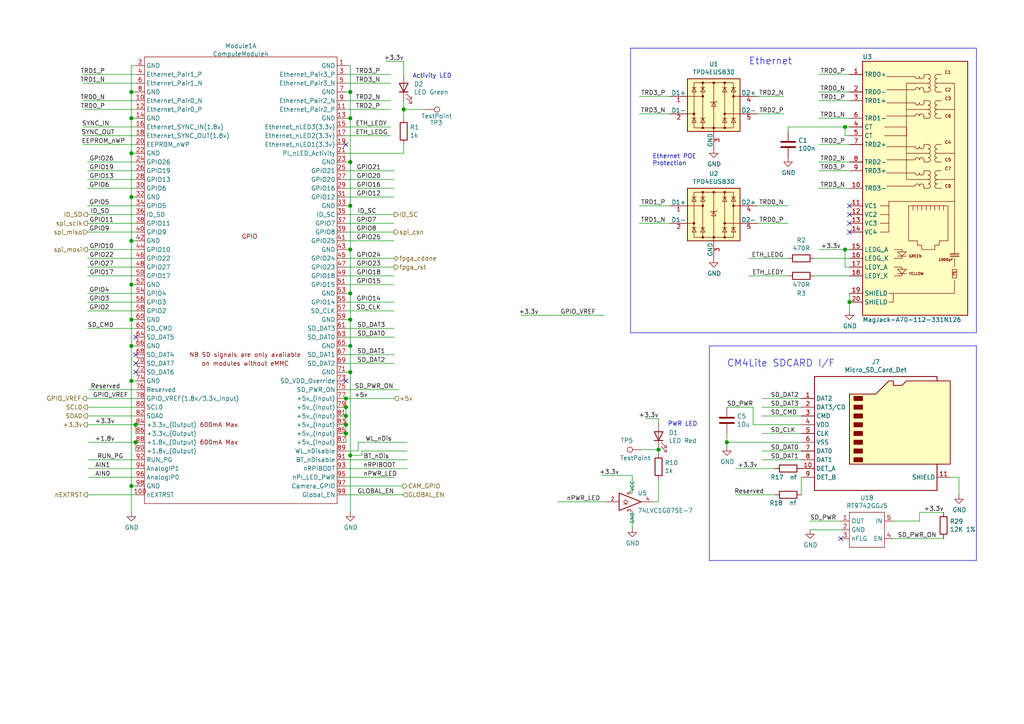
<source format=kicad_sch>
(kicad_sch
	(version 20231120)
	(generator "eeschema")
	(generator_version "8.0")
	(uuid "ec53b93c-c93c-4a00-b315-00a9db4c857c")
	(paper "A4")
	(title_block
		(title "Compute Module 4 IO Board - GPIO - Ethernet")
		(rev "1")
		(company "© 2020-2022 Raspberry Pi Ltd (formerly Raspberry Pi (Trading) Ltd.)")
		(comment 1 "www.raspberrypi.com")
	)
	
	(junction
		(at 38.1 92.71)
		(diameter 1.016)
		(color 0 0 0 0)
		(uuid "0106ccf0-8034-415a-8047-b288cb28580b")
	)
	(junction
		(at 101.6 132.08)
		(diameter 1.016)
		(color 0 0 0 0)
		(uuid "035e0cf3-8ba7-4e18-8dd3-f8e636f1c886")
	)
	(junction
		(at 101.6 59.69)
		(diameter 1.016)
		(color 0 0 0 0)
		(uuid "096afd04-538e-4b21-921b-0720cfc0fc33")
	)
	(junction
		(at 101.6 46.99)
		(diameter 1.016)
		(color 0 0 0 0)
		(uuid "1bc36098-a67a-43e9-af34-67229b47b5d8")
	)
	(junction
		(at 101.6 72.39)
		(diameter 1.016)
		(color 0 0 0 0)
		(uuid "309e2839-3c95-45df-b7ac-fa723f3d94a2")
	)
	(junction
		(at 246.38 87.63)
		(diameter 1.016)
		(color 0 0 0 0)
		(uuid "31f8ed65-f1fb-4ea1-b8ac-285bac028b77")
	)
	(junction
		(at 101.6 26.67)
		(diameter 1.016)
		(color 0 0 0 0)
		(uuid "36f0c0d0-5fbc-41c5-b480-ee52e9c49a15")
	)
	(junction
		(at 245.11 36.83)
		(diameter 1.016)
		(color 0 0 0 0)
		(uuid "3f494321-e87f-4a8e-bbe5-a937d805b012")
	)
	(junction
		(at 100.33 125.73)
		(diameter 1.016)
		(color 0 0 0 0)
		(uuid "3ff9be75-0570-418f-a5fc-6ed51d4eae5c")
	)
	(junction
		(at 101.6 85.09)
		(diameter 1.016)
		(color 0 0 0 0)
		(uuid "450fd788-d806-48b1-a032-8afdc8273e6e")
	)
	(junction
		(at 38.1 69.85)
		(diameter 1.016)
		(color 0 0 0 0)
		(uuid "4d2bcc63-a2dd-418c-bd5f-ddaef4fca43f")
	)
	(junction
		(at 38.1 26.67)
		(diameter 1.016)
		(color 0 0 0 0)
		(uuid "6c353f58-6a07-42df-b4f4-806225c5678c")
	)
	(junction
		(at 100.33 120.65)
		(diameter 1.016)
		(color 0 0 0 0)
		(uuid "73ec9bbc-dc9a-43b6-8948-b32c01d65371")
	)
	(junction
		(at 245.11 72.39)
		(diameter 1.016)
		(color 0 0 0 0)
		(uuid "7d74b5e4-377b-4d94-8b21-289fadde7386")
	)
	(junction
		(at 38.1 100.33)
		(diameter 1.016)
		(color 0 0 0 0)
		(uuid "7e03d2ab-f849-4512-9569-879b25ae0e0c")
	)
	(junction
		(at 38.1 44.45)
		(diameter 1.016)
		(color 0 0 0 0)
		(uuid "7ee86355-6575-4d7f-b27a-ccda75d5cc71")
	)
	(junction
		(at 39.37 123.19)
		(diameter 1.016)
		(color 0 0 0 0)
		(uuid "8269e9fd-85b6-4956-b9ff-6bc28fa3d59b")
	)
	(junction
		(at 117.094 31.75)
		(diameter 1.016)
		(color 0 0 0 0)
		(uuid "8c7ad431-18a5-4197-b13f-e4bbf0da7038")
	)
	(junction
		(at 101.6 107.95)
		(diameter 1.016)
		(color 0 0 0 0)
		(uuid "9396dbf5-aa3c-4ba1-a9ae-1945fbb2026c")
	)
	(junction
		(at 101.6 34.29)
		(diameter 1.016)
		(color 0 0 0 0)
		(uuid "9cf43076-18a1-462b-9c97-88acb00965fa")
	)
	(junction
		(at 191.008 130.429)
		(diameter 1.016)
		(color 0 0 0 0)
		(uuid "9fa50f42-0778-414e-80a5-be6ea027c650")
	)
	(junction
		(at 210.82 128.27)
		(diameter 1.016)
		(color 0 0 0 0)
		(uuid "a1a95a4e-59c6-4de0-bc59-72f75a6c6058")
	)
	(junction
		(at 101.6 92.71)
		(diameter 1.016)
		(color 0 0 0 0)
		(uuid "ad10a4b7-2487-448c-860c-e5fa438bed4f")
	)
	(junction
		(at 100.33 115.57)
		(diameter 1.016)
		(color 0 0 0 0)
		(uuid "af865e07-b961-449a-8717-ceb1273ebf79")
	)
	(junction
		(at 100.33 123.19)
		(diameter 1.016)
		(color 0 0 0 0)
		(uuid "b31efc5a-7b21-4ce8-b439-1c9342fcef4e")
	)
	(junction
		(at 101.6 100.33)
		(diameter 1.016)
		(color 0 0 0 0)
		(uuid "b5c2c10d-e882-4621-912f-0aa3c082e54a")
	)
	(junction
		(at 38.1 82.55)
		(diameter 1.016)
		(color 0 0 0 0)
		(uuid "ba0a6746-a0cb-4d84-a93c-280700fe503d")
	)
	(junction
		(at 39.37 128.27)
		(diameter 1.016)
		(color 0 0 0 0)
		(uuid "cdf16225-865b-428c-89bd-8853cabfea19")
	)
	(junction
		(at 38.1 110.49)
		(diameter 1.016)
		(color 0 0 0 0)
		(uuid "e93a39c0-ae2f-4d69-82ed-37fb069ff7a5")
	)
	(junction
		(at 38.1 34.29)
		(diameter 1.016)
		(color 0 0 0 0)
		(uuid "eb154998-e619-45d3-80ac-fd884505378c")
	)
	(junction
		(at 38.1 57.15)
		(diameter 1.016)
		(color 0 0 0 0)
		(uuid "f63e0144-2120-44f8-87b4-16ef8ae471f6")
	)
	(junction
		(at 38.1 140.97)
		(diameter 1.016)
		(color 0 0 0 0)
		(uuid "f68e48ba-1983-4674-be66-79dbf442fe2e")
	)
	(junction
		(at 100.33 118.11)
		(diameter 1.016)
		(color 0 0 0 0)
		(uuid "fe1771f5-b72c-4bc4-add4-a2ba0d9e31fd")
	)
	(no_connect
		(at 246.38 67.31)
		(uuid "308c932b-f56c-4673-9e6b-863ec5cbb3a2")
	)
	(no_connect
		(at 243.84 156.21)
		(uuid "36adf605-c4e5-49a0-bfb5-ef01a47e7ac6")
	)
	(no_connect
		(at 100.33 110.49)
		(uuid "46c350bb-7de4-4e81-aafd-4af55e37aab0")
	)
	(no_connect
		(at 246.38 64.77)
		(uuid "52eca2ab-c508-4943-b78f-34f6815c147c")
	)
	(no_connect
		(at 39.37 97.79)
		(uuid "78d085a5-c3fc-425f-84dd-abbb97b59cb5")
	)
	(no_connect
		(at 246.38 59.69)
		(uuid "94f20640-ffc1-46af-939c-0519dc11abfb")
	)
	(no_connect
		(at 246.38 62.23)
		(uuid "ab668a57-f8c6-4623-99db-6c2975726e6d")
	)
	(no_connect
		(at 100.33 41.91)
		(uuid "b90f2dfd-9639-4bac-9825-9f33089900c6")
	)
	(no_connect
		(at 39.37 107.95)
		(uuid "c7f74e02-22a2-44c3-ba93-2cb4738b7c33")
	)
	(no_connect
		(at 39.37 105.41)
		(uuid "d7abc30b-0879-4741-86ef-a26cf4381a4c")
	)
	(no_connect
		(at 39.37 102.87)
		(uuid "f38fe8c7-e201-4a5d-b85e-99900ccf700f")
	)
	(wire
		(pts
			(xy 25.4 118.11) (xy 39.37 118.11)
		)
		(stroke
			(width 0)
			(type solid)
		)
		(uuid "01478f52-711e-460d-9130-927d9df325cb")
	)
	(wire
		(pts
			(xy 24.13 36.83) (xy 39.37 36.83)
		)
		(stroke
			(width 0)
			(type solid)
		)
		(uuid "024cc201-4a12-4ae8-bfab-38147f08c82b")
	)
	(wire
		(pts
			(xy 38.1 57.15) (xy 39.37 57.15)
		)
		(stroke
			(width 0)
			(type solid)
		)
		(uuid "045e2b02-bbb9-4128-b50f-816a961b17ef")
	)
	(wire
		(pts
			(xy 100.33 44.45) (xy 117.094 44.45)
		)
		(stroke
			(width 0)
			(type solid)
		)
		(uuid "04ecc5b9-1245-4cd5-a81b-6d27476f97b6")
	)
	(wire
		(pts
			(xy 237.49 21.59) (xy 246.38 21.59)
		)
		(stroke
			(width 0)
			(type solid)
		)
		(uuid "05e97569-cb43-4bfe-9c28-ea03e56f9c42")
	)
	(wire
		(pts
			(xy 101.6 132.08) (xy 101.6 148.59)
		)
		(stroke
			(width 0)
			(type solid)
		)
		(uuid "07e4ffe7-a231-410f-8aa1-cd8347b537a5")
	)
	(wire
		(pts
			(xy 100.33 21.59) (xy 113.284 21.59)
		)
		(stroke
			(width 0)
			(type solid)
		)
		(uuid "09ee1140-4c75-47e3-aead-8d07ca2decb8")
	)
	(wire
		(pts
			(xy 237.49 34.29) (xy 246.38 34.29)
		)
		(stroke
			(width 0)
			(type solid)
		)
		(uuid "0db2329c-20dc-462b-b20a-ad6f2e2cbe93")
	)
	(wire
		(pts
			(xy 245.11 72.39) (xy 246.38 72.39)
		)
		(stroke
			(width 0)
			(type solid)
		)
		(uuid "0f6ca36b-4e91-4d2e-9f6d-1a233014754f")
	)
	(wire
		(pts
			(xy 101.6 46.99) (xy 101.6 59.69)
		)
		(stroke
			(width 0)
			(type solid)
		)
		(uuid "104e71da-dfca-45be-b72b-a07760a6df68")
	)
	(wire
		(pts
			(xy 38.1 44.45) (xy 38.1 57.15)
		)
		(stroke
			(width 0)
			(type solid)
		)
		(uuid "1108f7d7-1300-4e64-9d0c-b460edb02c0e")
	)
	(polyline
		(pts
			(xy 283.21 13.97) (xy 283.21 96.52)
		)
		(stroke
			(width 0)
			(type solid)
		)
		(uuid "116dcb13-d6f5-40e1-b835-53753121c5b4")
	)
	(wire
		(pts
			(xy 100.33 85.09) (xy 101.6 85.09)
		)
		(stroke
			(width 0)
			(type solid)
		)
		(uuid "11c13b9d-0404-4268-bab1-f545d338c0be")
	)
	(wire
		(pts
			(xy 25.4 90.17) (xy 39.37 90.17)
		)
		(stroke
			(width 0)
			(type solid)
		)
		(uuid "142e2cf6-b82f-4007-9894-377d26b8ab0d")
	)
	(wire
		(pts
			(xy 183.388 137.922) (xy 174.498 137.922)
		)
		(stroke
			(width 0)
			(type solid)
		)
		(uuid "17108590-0e42-43c2-ab9e-625e7b4f94b1")
	)
	(wire
		(pts
			(xy 25.654 138.43) (xy 39.37 138.43)
		)
		(stroke
			(width 0)
			(type solid)
		)
		(uuid "1c44338c-b9a1-4269-978f-e8fd90211a46")
	)
	(wire
		(pts
			(xy 100.33 80.01) (xy 114.3 80.01)
		)
		(stroke
			(width 0)
			(type solid)
		)
		(uuid "21f58734-fe5c-4a86-add9-a9d5a28072d0")
	)
	(wire
		(pts
			(xy 228.6 38.1) (xy 228.6 36.83)
		)
		(stroke
			(width 0)
			(type solid)
		)
		(uuid "245ce96e-de23-4c93-af58-f40e4cd70189")
	)
	(wire
		(pts
			(xy 103.886 128.27) (xy 118.11 128.27)
		)
		(stroke
			(width 0)
			(type solid)
		)
		(uuid "24c1c334-4100-406a-88c9-ddba1e9d3400")
	)
	(wire
		(pts
			(xy 100.33 34.29) (xy 101.6 34.29)
		)
		(stroke
			(width 0)
			(type solid)
		)
		(uuid "25f0552e-e11c-44a2-829b-0ccf4f160607")
	)
	(polyline
		(pts
			(xy 205.74 162.56) (xy 205.74 100.33)
		)
		(stroke
			(width 0)
			(type solid)
		)
		(uuid "27907456-675f-4372-8456-3255fdd1a95d")
	)
	(wire
		(pts
			(xy 25.4 115.57) (xy 39.37 115.57)
		)
		(stroke
			(width 0)
			(type solid)
		)
		(uuid "28221cea-e5dd-4443-909d-f89dc42a5054")
	)
	(wire
		(pts
			(xy 100.33 52.07) (xy 114.3 52.07)
		)
		(stroke
			(width 0)
			(type solid)
		)
		(uuid "29294d56-41f1-4ba6-be62-297226dcdbdf")
	)
	(wire
		(pts
			(xy 101.6 85.09) (xy 101.6 92.71)
		)
		(stroke
			(width 0)
			(type solid)
		)
		(uuid "2bcb8eff-5353-49d7-940f-1af0870f1ac9")
	)
	(wire
		(pts
			(xy 38.1 19.05) (xy 38.1 26.67)
		)
		(stroke
			(width 0)
			(type solid)
		)
		(uuid "2d2a12db-b659-4807-8426-fec9fa84c156")
	)
	(wire
		(pts
			(xy 100.33 36.83) (xy 113.284 36.83)
		)
		(stroke
			(width 0)
			(type solid)
		)
		(uuid "2dd0add1-9a95-4b8c-a47a-bb7c827bbb1c")
	)
	(wire
		(pts
			(xy 25.4 59.69) (xy 39.37 59.69)
		)
		(stroke
			(width 0)
			(type solid)
		)
		(uuid "2ff466f2-a10f-4d30-86d0-258970718dd1")
	)
	(wire
		(pts
			(xy 100.33 87.63) (xy 114.3 87.63)
		)
		(stroke
			(width 0)
			(type solid)
		)
		(uuid "352f28bf-b1c2-4de5-992d-e57cf2e8483f")
	)
	(wire
		(pts
			(xy 100.33 133.35) (xy 118.11 133.35)
		)
		(stroke
			(width 0)
			(type solid)
		)
		(uuid "37fed5f7-4342-43d4-8e52-4cb994a65b60")
	)
	(wire
		(pts
			(xy 38.1 69.85) (xy 39.37 69.85)
		)
		(stroke
			(width 0)
			(type solid)
		)
		(uuid "39b77ad4-840a-4880-8672-f09699d06495")
	)
	(wire
		(pts
			(xy 100.33 19.05) (xy 101.6 19.05)
		)
		(stroke
			(width 0)
			(type solid)
		)
		(uuid "3a77c15f-41c3-499d-9555-62ddb29becbf")
	)
	(wire
		(pts
			(xy 25.654 133.35) (xy 39.37 133.35)
		)
		(stroke
			(width 0)
			(type solid)
		)
		(uuid "3da59bc6-70b3-471f-bbfc-55990eeb98e5")
	)
	(wire
		(pts
			(xy 100.33 107.95) (xy 101.6 107.95)
		)
		(stroke
			(width 0)
			(type solid)
		)
		(uuid "40aaa59f-8dcd-4cd6-9868-6ce419e8ad14")
	)
	(wire
		(pts
			(xy 236.22 74.93) (xy 246.38 74.93)
		)
		(stroke
			(width 0)
			(type solid)
		)
		(uuid "42ad14a7-9025-4df7-8122-1178f2977a3b")
	)
	(wire
		(pts
			(xy 24.13 39.37) (xy 39.37 39.37)
		)
		(stroke
			(width 0)
			(type solid)
		)
		(uuid "43a0eb75-5fcf-4672-aa9e-0cc7c7115f22")
	)
	(wire
		(pts
			(xy 100.33 140.97) (xy 116.84 140.97)
		)
		(stroke
			(width 0)
			(type solid)
		)
		(uuid "47c2b278-ae5d-4e95-b5c8-9e4f00c4a0ec")
	)
	(wire
		(pts
			(xy 213.36 135.89) (xy 224.79 135.89)
		)
		(stroke
			(width 0)
			(type solid)
		)
		(uuid "495255cc-4ba2-4e9c-a47f-68873ed977bf")
	)
	(wire
		(pts
			(xy 100.33 46.99) (xy 101.6 46.99)
		)
		(stroke
			(width 0)
			(type solid)
		)
		(uuid "4aa05282-739f-4be5-b861-04abac698d96")
	)
	(wire
		(pts
			(xy 100.33 138.43) (xy 114.3 138.43)
		)
		(stroke
			(width 0)
			(type solid)
		)
		(uuid "4bc286e0-6a16-4d35-a592-670f1762f921")
	)
	(wire
		(pts
			(xy 101.6 132.08) (xy 104.9782 132.08)
		)
		(stroke
			(width 0)
			(type solid)
		)
		(uuid "4be9bcff-98b2-46ca-809c-98605f99802f")
	)
	(wire
		(pts
			(xy 100.33 26.67) (xy 101.6 26.67)
		)
		(stroke
			(width 0)
			(type solid)
		)
		(uuid "4c92833e-b01f-4974-b990-2d70f23eadc4")
	)
	(wire
		(pts
			(xy 236.22 80.01) (xy 246.38 80.01)
		)
		(stroke
			(width 0)
			(type solid)
		)
		(uuid "4cb4ec2e-02f5-4446-8447-db3933681d2a")
	)
	(wire
		(pts
			(xy 266.7 148.59) (xy 266.7 151.13)
		)
		(stroke
			(width 0)
			(type solid)
		)
		(uuid "4f483546-5fe1-407e-aca5-4726d4b59bdf")
	)
	(wire
		(pts
			(xy 100.33 24.13) (xy 113.284 24.13)
		)
		(stroke
			(width 0)
			(type solid)
		)
		(uuid "4fe3dbff-9ade-4331-87a1-ea9a258a23f7")
	)
	(wire
		(pts
			(xy 39.37 19.05) (xy 38.1 19.05)
		)
		(stroke
			(width 0)
			(type solid)
		)
		(uuid "514ae2b1-96b3-4a21-b8c7-764f8d6a410f")
	)
	(wire
		(pts
			(xy 191.008 121.412) (xy 187.198 121.412)
		)
		(stroke
			(width 0)
			(type solid)
		)
		(uuid "51a502e9-5635-4e96-97f0-80e9b324d808")
	)
	(wire
		(pts
			(xy 25.654 128.27) (xy 39.37 128.27)
		)
		(stroke
			(width 0)
			(type solid)
		)
		(uuid "5256a2e5-5d23-4520-bca8-57cb50ff01c2")
	)
	(wire
		(pts
			(xy 100.33 120.65) (xy 100.33 123.19)
		)
		(stroke
			(width 0)
			(type solid)
		)
		(uuid "52eb69d9-05dd-4db7-bb13-e7fdbccb6632")
	)
	(wire
		(pts
			(xy 243.84 151.13) (xy 234.95 151.13)
		)
		(stroke
			(width 0)
			(type solid)
		)
		(uuid "552d2777-af2b-41ec-a31e-cd43b7c8490e")
	)
	(wire
		(pts
			(xy 100.33 82.55) (xy 114.3 82.55)
		)
		(stroke
			(width 0)
			(type solid)
		)
		(uuid "553f8fdd-c870-4163-a81b-a10a24a3351e")
	)
	(wire
		(pts
			(xy 39.37 128.27) (xy 39.624 128.27)
		)
		(stroke
			(width 0)
			(type solid)
		)
		(uuid "55cd752b-c945-4ee3-943d-9a764cf13c98")
	)
	(wire
		(pts
			(xy 39.37 140.97) (xy 38.1 140.97)
		)
		(stroke
			(width 0)
			(type solid)
		)
		(uuid "5839a4ee-743d-44ba-92fc-43f59394a1eb")
	)
	(wire
		(pts
			(xy 218.44 123.19) (xy 218.44 118.11)
		)
		(stroke
			(width 0)
			(type solid)
		)
		(uuid "589039ca-2779-4520-b3e8-3f7f6261d041")
	)
	(wire
		(pts
			(xy 25.4 46.99) (xy 39.37 46.99)
		)
		(stroke
			(width 0)
			(type solid)
		)
		(uuid "5985685d-e43d-436c-af13-33e3e86848ac")
	)
	(wire
		(pts
			(xy 25.4 120.65) (xy 39.37 120.65)
		)
		(stroke
			(width 0)
			(type solid)
		)
		(uuid "59fe4e68-4119-4952-b511-7d1576b16691")
	)
	(wire
		(pts
			(xy 194.31 64.77) (xy 185.42 64.77)
		)
		(stroke
			(width 0)
			(type solid)
		)
		(uuid "5b918e6b-2a60-4fa5-ad8b-e73e23f85e4f")
	)
	(wire
		(pts
			(xy 232.41 138.43) (xy 232.41 143.51)
		)
		(stroke
			(width 0)
			(type solid)
		)
		(uuid "5ed3eb6e-4113-4e4a-93ef-848547ba49e9")
	)
	(wire
		(pts
			(xy 100.33 115.57) (xy 114.3 115.57)
		)
		(stroke
			(width 0)
			(type solid)
		)
		(uuid "5f3c7c7b-952a-4c09-b23f-5b10f026f34c")
	)
	(wire
		(pts
			(xy 101.6 92.71) (xy 101.6 100.33)
		)
		(stroke
			(width 0)
			(type solid)
		)
		(uuid "6115d08d-ef27-4828-8c89-a6e903cffdaa")
	)
	(wire
		(pts
			(xy 38.1 82.55) (xy 39.37 82.55)
		)
		(stroke
			(width 0)
			(type solid)
		)
		(uuid "61c5e7b9-ec75-459b-8f55-aa6dcdc47663")
	)
	(wire
		(pts
			(xy 100.33 62.23) (xy 114.3 62.23)
		)
		(stroke
			(width 0)
			(type solid)
		)
		(uuid "64f601f9-168a-49d5-acec-502d01d3c42d")
	)
	(wire
		(pts
			(xy 101.6 72.39) (xy 101.6 85.09)
		)
		(stroke
			(width 0)
			(type solid)
		)
		(uuid "656d53ce-f566-445c-b0e6-a23f4f7c85c3")
	)
	(wire
		(pts
			(xy 25.4 54.61) (xy 39.37 54.61)
		)
		(stroke
			(width 0)
			(type solid)
		)
		(uuid "65acf8e5-9f16-4350-9eac-4ec481b2ee30")
	)
	(wire
		(pts
			(xy 100.33 69.85) (xy 114.3 69.85)
		)
		(stroke
			(width 0)
			(type solid)
		)
		(uuid "65d5c78a-4863-4a6e-8ee9-7f7694e5dd47")
	)
	(wire
		(pts
			(xy 191.008 122.682) (xy 191.008 121.412)
		)
		(stroke
			(width 0)
			(type solid)
		)
		(uuid "684829a1-14fb-436a-9093-a9211cbef360")
	)
	(wire
		(pts
			(xy 38.1 92.71) (xy 39.37 92.71)
		)
		(stroke
			(width 0)
			(type solid)
		)
		(uuid "694a41fe-e775-441c-bcd9-127b58faffa2")
	)
	(wire
		(pts
			(xy 100.33 77.47) (xy 114.3 77.47)
		)
		(stroke
			(width 0)
			(type solid)
		)
		(uuid "6ce712c5-fc40-4079-b769-1caeda39d8f3")
	)
	(wire
		(pts
			(xy 38.1 110.49) (xy 38.1 140.97)
		)
		(stroke
			(width 0)
			(type solid)
		)
		(uuid "6e2f7fa6-1ee9-4775-917f-ada02dc13bcd")
	)
	(wire
		(pts
			(xy 245.11 77.47) (xy 245.11 72.39)
		)
		(stroke
			(width 0)
			(type solid)
		)
		(uuid "702bcc4a-1260-4306-a7ef-df0173640909")
	)
	(wire
		(pts
			(xy 246.38 85.09) (xy 246.38 87.63)
		)
		(stroke
			(width 0)
			(type solid)
		)
		(uuid "7075a498-5749-4f19-ba7d-9b8161486d1a")
	)
	(wire
		(pts
			(xy 100.33 125.73) (xy 100.33 128.27)
		)
		(stroke
			(width 0)
			(type solid)
		)
		(uuid "7243eb0d-2759-4180-82f4-00ea24b88636")
	)
	(wire
		(pts
			(xy 25.4 62.23) (xy 39.37 62.23)
		)
		(stroke
			(width 0)
			(type solid)
		)
		(uuid "7331b4f5-537b-4797-b38c-6afa10e0716d")
	)
	(wire
		(pts
			(xy 114.3 90.17) (xy 100.33 90.17)
		)
		(stroke
			(width 0)
			(type solid)
		)
		(uuid "7474435c-27e8-4a39-84b9-efe9d8235613")
	)
	(wire
		(pts
			(xy 100.33 59.69) (xy 101.6 59.69)
		)
		(stroke
			(width 0)
			(type solid)
		)
		(uuid "75b3e860-eda3-41e8-8dba-396cd6130ad6")
	)
	(wire
		(pts
			(xy 25.4 52.07) (xy 39.37 52.07)
		)
		(stroke
			(width 0)
			(type solid)
		)
		(uuid "789426ba-1b00-402b-9dd7-4cc463c090a5")
	)
	(wire
		(pts
			(xy 100.33 118.11) (xy 100.33 120.65)
		)
		(stroke
			(width 0)
			(type solid)
		)
		(uuid "7ab98ccd-8a88-4127-bdc9-df594bbf05d4")
	)
	(wire
		(pts
			(xy 25.4 95.25) (xy 39.37 95.25)
		)
		(stroke
			(width 0)
			(type solid)
		)
		(uuid "7bdee640-e6be-4899-b318-a0ad1af68164")
	)
	(wire
		(pts
			(xy 25.654 135.89) (xy 39.37 135.89)
		)
		(stroke
			(width 0)
			(type solid)
		)
		(uuid "7d09a68e-643b-46b5-bca3-b94cb9bccd70")
	)
	(wire
		(pts
			(xy 183.388 148.082) (xy 183.388 153.162)
		)
		(stroke
			(width 0)
			(type solid)
		)
		(uuid "7da8efaf-d0d3-4bd4-ace3-f78d8c4be5ba")
	)
	(wire
		(pts
			(xy 191.008 139.192) (xy 191.008 145.542)
		)
		(stroke
			(width 0)
			(type solid)
		)
		(uuid "7e14a6ba-72c9-486f-8ebf-f83333348517")
	)
	(wire
		(pts
			(xy 259.08 156.21) (xy 273.685 156.21)
		)
		(stroke
			(width 0)
			(type solid)
		)
		(uuid "8106e159-fb99-406c-bc50-06500718779d")
	)
	(wire
		(pts
			(xy 100.33 29.21) (xy 113.284 29.21)
		)
		(stroke
			(width 0)
			(type solid)
		)
		(uuid "81172fbc-f24e-4173-965f-d88ed2c48035")
	)
	(wire
		(pts
			(xy 232.41 133.35) (xy 220.98 133.35)
		)
		(stroke
			(width 0)
			(type solid)
		)
		(uuid "824bf9be-cd2c-4ab7-8842-76df6ed72469")
	)
	(wire
		(pts
			(xy 100.33 123.19) (xy 100.33 125.73)
		)
		(stroke
			(width 0)
			(type solid)
		)
		(uuid "84a7fc7b-5bd9-45c8-89b5-3a5bcad31a54")
	)
	(wire
		(pts
			(xy 24.13 41.91) (xy 39.37 41.91)
		)
		(stroke
			(width 0)
			(type solid)
		)
		(uuid "857117d1-7a42-453d-94a5-a2a1563415c2")
	)
	(wire
		(pts
			(xy 24.13 21.59) (xy 39.37 21.59)
		)
		(stroke
			(width 0)
			(type solid)
		)
		(uuid "88c300c8-0e7a-4e34-88e0-147438387595")
	)
	(wire
		(pts
			(xy 237.49 26.67) (xy 246.38 26.67)
		)
		(stroke
			(width 0)
			(type solid)
		)
		(uuid "89ef2bc0-8232-4be3-b051-e70f2b9027de")
	)
	(wire
		(pts
			(xy 100.33 31.75) (xy 113.284 31.75)
		)
		(stroke
			(width 0)
			(type solid)
		)
		(uuid "8a023770-9607-43f4-98b6-819a42a13144")
	)
	(wire
		(pts
			(xy 191.008 130.302) (xy 191.008 130.429)
		)
		(stroke
			(width 0)
			(type solid)
		)
		(uuid "8a2de80f-1df5-4bd5-a81c-0dc71a22a3a3")
	)
	(wire
		(pts
			(xy 237.49 72.39) (xy 245.11 72.39)
		)
		(stroke
			(width 0)
			(type solid)
		)
		(uuid "8af22483-6986-4db8-a478-e3da735ace71")
	)
	(wire
		(pts
			(xy 25.4 85.09) (xy 39.37 85.09)
		)
		(stroke
			(width 0)
			(type solid)
		)
		(uuid "8bb0a05e-e024-4c96-8062-b72bb8f6b3b6")
	)
	(wire
		(pts
			(xy 25.4 49.53) (xy 39.37 49.53)
		)
		(stroke
			(width 0)
			(type solid)
		)
		(uuid "8bbd3c40-a2e0-418c-842d-ed1052422596")
	)
	(wire
		(pts
			(xy 243.84 153.67) (xy 234.95 153.67)
		)
		(stroke
			(width 0)
			(type solid)
		)
		(uuid "8ce025a1-9853-4cfa-8a57-0f90476397e9")
	)
	(wire
		(pts
			(xy 219.71 59.69) (xy 228.6 59.69)
		)
		(stroke
			(width 0)
			(type solid)
		)
		(uuid "8dc186eb-86cf-41e1-8b58-fae7324b6144")
	)
	(wire
		(pts
			(xy 220.98 115.57) (xy 232.41 115.57)
		)
		(stroke
			(width 0)
			(type solid)
		)
		(uuid "8e46ddad-6bfa-40af-b04f-edc6699bc195")
	)
	(wire
		(pts
			(xy 100.33 39.37) (xy 113.284 39.37)
		)
		(stroke
			(width 0)
			(type solid)
		)
		(uuid "8efb4ac1-5730-4dda-97f5-8467abb9129c")
	)
	(wire
		(pts
			(xy 228.6 36.83) (xy 245.11 36.83)
		)
		(stroke
			(width 0)
			(type solid)
		)
		(uuid "8f207e00-886c-4f46-9355-3a8e7985a8d3")
	)
	(wire
		(pts
			(xy 38.1 100.33) (xy 39.37 100.33)
		)
		(stroke
			(width 0)
			(type solid)
		)
		(uuid "91125ed1-04ac-414b-89bd-9ef46367e239")
	)
	(wire
		(pts
			(xy 191.008 145.542) (xy 189.738 145.542)
		)
		(stroke
			(width 0)
			(type solid)
		)
		(uuid "91c784cb-86f4-4eb1-9d7f-7df9c50ff534")
	)
	(polyline
		(pts
			(xy 283.21 100.33) (xy 283.21 162.56)
		)
		(stroke
			(width 0)
			(type solid)
		)
		(uuid "9397f066-146e-4896-a893-48ef11276451")
	)
	(wire
		(pts
			(xy 185.42 27.94) (xy 194.31 27.94)
		)
		(stroke
			(width 0)
			(type solid)
		)
		(uuid "9599f3c3-e1c5-4ec3-bf30-95ca53eb453b")
	)
	(wire
		(pts
			(xy 25.4 143.51) (xy 39.37 143.51)
		)
		(stroke
			(width 0)
			(type solid)
		)
		(uuid "9795a58d-0ac3-430a-9422-aa4c197a5f6c")
	)
	(wire
		(pts
			(xy 100.33 113.03) (xy 115.57 113.03)
		)
		(stroke
			(width 0)
			(type solid)
		)
		(uuid "9d701cfb-72eb-49e5-b06c-a0a537ec2982")
	)
	(wire
		(pts
			(xy 278.13 138.43) (xy 278.13 143.51)
		)
		(stroke
			(width 0)
			(type solid)
		)
		(uuid "9e70a67e-a0cb-4ed7-a04f-451f35eb0aa2")
	)
	(wire
		(pts
			(xy 100.33 64.77) (xy 114.3 64.77)
		)
		(stroke
			(width 0)
			(type solid)
		)
		(uuid "9fdfdce1-97e8-4aba-b333-1f8d317b5f20")
	)
	(wire
		(pts
			(xy 100.33 49.53) (xy 114.3 49.53)
		)
		(stroke
			(width 0)
			(type solid)
		)
		(uuid "a0320f27-0744-407b-87d8-0c108bce1795")
	)
	(wire
		(pts
			(xy 213.36 143.51) (xy 224.79 143.51)
		)
		(stroke
			(width 0)
			(type solid)
		)
		(uuid "a15739ab-9211-4aeb-9603-bc7b827421d7")
	)
	(wire
		(pts
			(xy 101.6 26.67) (xy 101.6 34.29)
		)
		(stroke
			(width 0)
			(type solid)
		)
		(uuid "a2e558f5-613f-46e9-9cf9-2bb36cf255b2")
	)
	(polyline
		(pts
			(xy 283.21 96.52) (xy 182.88 96.52)
		)
		(stroke
			(width 0)
			(type solid)
		)
		(uuid "a49b3da8-6010-4095-aa91-6b927d37e1a9")
	)
	(wire
		(pts
			(xy 25.4 67.31) (xy 39.37 67.31)
		)
		(stroke
			(width 0)
			(type solid)
		)
		(uuid "a510e5e5-5ef7-4d6a-a501-65eee345df9c")
	)
	(wire
		(pts
			(xy 39.37 125.73) (xy 39.37 123.19)
		)
		(stroke
			(width 0)
			(type solid)
		)
		(uuid "a52727ba-c795-46c8-abd8-04003e3b5d32")
	)
	(wire
		(pts
			(xy 237.49 41.91) (xy 246.38 41.91)
		)
		(stroke
			(width 0)
			(type solid)
		)
		(uuid "a5e8c014-a02c-48a7-a56b-b148c03b0656")
	)
	(wire
		(pts
			(xy 183.388 143.002) (xy 183.388 137.922)
		)
		(stroke
			(width 0)
			(type solid)
		)
		(uuid "a67f115f-343e-401e-a6fd-6c057cd578a5")
	)
	(wire
		(pts
			(xy 117.094 31.75) (xy 117.094 29.21)
		)
		(stroke
			(width 0)
			(type solid)
		)
		(uuid "a83a46a9-63ee-4d26-bfce-0ba963092218")
	)
	(wire
		(pts
			(xy 25.4 64.77) (xy 39.37 64.77)
		)
		(stroke
			(width 0)
			(type solid)
		)
		(uuid "a85ba885-21f0-4ec6-a484-69d88e0e6f44")
	)
	(wire
		(pts
			(xy 25.4 80.01) (xy 39.37 80.01)
		)
		(stroke
			(width 0)
			(type solid)
		)
		(uuid "aa8e79d5-4110-472a-8939-dffc4dee8b42")
	)
	(wire
		(pts
			(xy 217.17 80.01) (xy 228.6 80.01)
		)
		(stroke
			(width 0)
			(type solid)
		)
		(uuid "aa9444f9-67db-4b57-841d-ad4324b4a525")
	)
	(wire
		(pts
			(xy 186.0042 130.429) (xy 191.008 130.429)
		)
		(stroke
			(width 0)
			(type solid)
		)
		(uuid "aae81720-20e6-4276-a88c-0d6e7e7f9f9d")
	)
	(wire
		(pts
			(xy 100.33 74.93) (xy 114.3 74.93)
		)
		(stroke
			(width 0)
			(type solid)
		)
		(uuid "ada693f8-405a-4ed4-a362-368ec4995726")
	)
	(wire
		(pts
			(xy 273.685 148.59) (xy 266.7 148.59)
		)
		(stroke
			(width 0)
			(type solid)
		)
		(uuid "adad9755-afe1-4118-bfb8-41d502969aa3")
	)
	(wire
		(pts
			(xy 39.37 130.81) (xy 39.37 128.27)
		)
		(stroke
			(width 0)
			(type solid)
		)
		(uuid "ae57a25c-90b2-489d-a892-baf3543d30b1")
	)
	(wire
		(pts
			(xy 101.6 59.69) (xy 101.6 72.39)
		)
		(stroke
			(width 0)
			(type solid)
		)
		(uuid "af3133d6-3567-4a5e-85de-7a388c670552")
	)
	(polyline
		(pts
			(xy 283.21 162.56) (xy 205.74 162.56)
		)
		(stroke
			(width 0)
			(type solid)
		)
		(uuid "aff84b5c-8e56-466e-b662-9df2e66e5713")
	)
	(wire
		(pts
			(xy 191.008 130.429) (xy 191.008 131.572)
		)
		(stroke
			(width 0)
			(type solid)
		)
		(uuid "b082fdbd-d670-4041-a5e5-3ca0b09bb0a0")
	)
	(wire
		(pts
			(xy 117.094 21.59) (xy 117.094 17.78)
		)
		(stroke
			(width 0)
			(type solid)
		)
		(uuid "b0f67d00-898d-4d86-831c-879d20ea58d1")
	)
	(wire
		(pts
			(xy 210.82 125.73) (xy 210.82 128.27)
		)
		(stroke
			(width 0)
			(type solid)
		)
		(uuid "b14c35da-dd14-4b8d-93a9-00f219a92f41")
	)
	(wire
		(pts
			(xy 219.71 33.02) (xy 227.33 33.02)
		)
		(stroke
			(width 0)
			(type solid)
		)
		(uuid "b1d0c301-b4b9-4a22-806b-1c100e83ef02")
	)
	(wire
		(pts
			(xy 100.33 100.33) (xy 101.6 100.33)
		)
		(stroke
			(width 0)
			(type solid)
		)
		(uuid "b25d305d-f454-4595-910d-184c3b47ae06")
	)
	(wire
		(pts
			(xy 100.33 143.51) (xy 116.84 143.51)
		)
		(stroke
			(width 0)
			(type solid)
		)
		(uuid "b367d731-810d-4dbe-aa2e-ab2616fc23ec")
	)
	(wire
		(pts
			(xy 38.1 110.49) (xy 39.37 110.49)
		)
		(stroke
			(width 0)
			(type solid)
		)
		(uuid "b52c85a5-ff67-4555-aaf4-e70f1c30d55d")
	)
	(wire
		(pts
			(xy 220.98 130.81) (xy 232.41 130.81)
		)
		(stroke
			(width 0)
			(type solid)
		)
		(uuid "b5b7cf73-4d60-464f-a67b-f4c9c9d02016")
	)
	(wire
		(pts
			(xy 210.82 118.11) (xy 218.44 118.11)
		)
		(stroke
			(width 0)
			(type solid)
		)
		(uuid "b746e97a-71d3-4558-80c6-41ab04fe3fba")
	)
	(wire
		(pts
			(xy 38.1 44.45) (xy 39.37 44.45)
		)
		(stroke
			(width 0)
			(type solid)
		)
		(uuid "b80aa845-c1c7-4a36-86eb-13202c5b8807")
	)
	(polyline
		(pts
			(xy 182.88 96.52) (xy 182.88 13.97)
		)
		(stroke
			(width 0)
			(type solid)
		)
		(uuid "b85d2401-b9b9-4c27-b2e2-c9d9ab116d00")
	)
	(wire
		(pts
			(xy 100.33 115.57) (xy 100.33 118.11)
		)
		(stroke
			(width 0)
			(type solid)
		)
		(uuid "b85e7fcc-fcb8-4f3f-b9d9-a567574ce4fb")
	)
	(wire
		(pts
			(xy 219.71 27.94) (xy 227.33 27.94)
		)
		(stroke
			(width 0)
			(type solid)
		)
		(uuid "b9fb1e52-5bfb-4074-afb5-c49d4199f8ba")
	)
	(wire
		(pts
			(xy 104.9782 132.08) (xy 104.9782 130.81)
		)
		(stroke
			(width 0)
			(type solid)
		)
		(uuid "ba4b9df0-26df-428a-b87a-cb6a6b17587e")
	)
	(wire
		(pts
			(xy 100.33 67.31) (xy 114.3 67.31)
		)
		(stroke
			(width 0)
			(type default)
		)
		(uuid "ba95957c-a94d-4a09-bdf5-5456874148fb")
	)
	(wire
		(pts
			(xy 217.17 74.93) (xy 228.6 74.93)
		)
		(stroke
			(width 0)
			(type solid)
		)
		(uuid "baf92a55-8ef9-4ff0-acd3-40422e2bd4e3")
	)
	(wire
		(pts
			(xy 39.37 34.29) (xy 38.1 34.29)
		)
		(stroke
			(width 0)
			(type solid)
		)
		(uuid "bb081485-e2b1-4818-82d4-d89be29e0cf2")
	)
	(wire
		(pts
			(xy 101.6 34.29) (xy 101.6 46.99)
		)
		(stroke
			(width 0)
			(type solid)
		)
		(uuid "bb101303-688e-47cd-94d7-3f017d5bbc1b")
	)
	(wire
		(pts
			(xy 24.13 29.21) (xy 39.37 29.21)
		)
		(stroke
			(width 0)
			(type solid)
		)
		(uuid "beed807b-094b-4007-a6bf-646ea2fee72e")
	)
	(wire
		(pts
			(xy 185.42 33.02) (xy 194.31 33.02)
		)
		(stroke
			(width 0)
			(type solid)
		)
		(uuid "c29c1e3f-2ce6-4f84-9b87-2633c5cfebc0")
	)
	(wire
		(pts
			(xy 100.33 130.81) (xy 103.886 130.81)
		)
		(stroke
			(width 0)
			(type solid)
		)
		(uuid "c4d478b4-b5a6-43c6-843f-26702f99ff1d")
	)
	(wire
		(pts
			(xy 38.1 34.29) (xy 38.1 44.45)
		)
		(stroke
			(width 0)
			(type solid)
		)
		(uuid "c50e5885-8a58-4ee4-a5e7-bcd8f4b418f2")
	)
	(wire
		(pts
			(xy 232.41 123.19) (xy 218.44 123.19)
		)
		(stroke
			(width 0)
			(type solid)
		)
		(uuid "c511469e-d1c5-496e-ab1b-d9bdfe9a1e6d")
	)
	(wire
		(pts
			(xy 25.4 74.93) (xy 39.37 74.93)
		)
		(stroke
			(width 0)
			(type solid)
		)
		(uuid "c5ec54f0-0d08-4954-a314-8acf9272ac84")
	)
	(wire
		(pts
			(xy 114.3 102.87) (xy 100.33 102.87)
		)
		(stroke
			(width 0)
			(type solid)
		)
		(uuid "c767b374-7106-4464-9a46-293eb217d465")
	)
	(wire
		(pts
			(xy 259.08 151.13) (xy 266.7 151.13)
		)
		(stroke
			(width 0)
			(type solid)
		)
		(uuid "c815f8c2-60a3-41e6-9457-b1a6b30692c1")
	)
	(wire
		(pts
			(xy 25.4 77.47) (xy 39.37 77.47)
		)
		(stroke
			(width 0)
			(type solid)
		)
		(uuid "c82a2eee-3656-406a-a5cb-6b727ac05b34")
	)
	(wire
		(pts
			(xy 100.33 57.15) (xy 114.3 57.15)
		)
		(stroke
			(width 0)
			(type solid)
		)
		(uuid "c97ac9e6-267e-495c-9e16-6838757c4006")
	)
	(wire
		(pts
			(xy 100.33 92.71) (xy 101.6 92.71)
		)
		(stroke
			(width 0)
			(type solid)
		)
		(uuid "ca1ed9ca-0cff-4782-8c33-4386bceb5f4f")
	)
	(wire
		(pts
			(xy 39.37 26.67) (xy 38.1 26.67)
		)
		(stroke
			(width 0)
			(type solid)
		)
		(uuid "ca9af257-407b-4fa6-90c5-8313bc030faa")
	)
	(wire
		(pts
			(xy 38.1 82.55) (xy 38.1 92.71)
		)
		(stroke
			(width 0)
			(type solid)
		)
		(uuid "ccf65e24-b980-469f-8862-e397985c8f5a")
	)
	(wire
		(pts
			(xy 246.38 87.63) (xy 246.38 90.17)
		)
		(stroke
			(width 0)
			(type solid)
		)
		(uuid "cd5e5396-17e0-450e-8b9a-002266132cf2")
	)
	(wire
		(pts
			(xy 25.8572 113.03) (xy 39.37 113.03)
		)
		(stroke
			(width 0)
			(type solid)
		)
		(uuid "cef3c07b-49ed-4b95-b754-4daff9ad0cb2")
	)
	(polyline
		(pts
			(xy 205.74 100.33) (xy 283.21 100.33)
		)
		(stroke
			(width 0)
			(type solid)
		)
		(uuid "d50411b2-0b2f-41b7-bf8d-fb8f1d6295a1")
	)
	(wire
		(pts
			(xy 112.014 17.78) (xy 117.094 17.78)
		)
		(stroke
			(width 0)
			(type solid)
		)
		(uuid "d55bd6d0-3dd4-4415-832b-0acecc2890ca")
	)
	(wire
		(pts
			(xy 38.1 92.71) (xy 38.1 100.33)
		)
		(stroke
			(width 0)
			(type solid)
		)
		(uuid "d577f635-837f-4cd5-b539-f043f68e5a8d")
	)
	(wire
		(pts
			(xy 246.38 77.47) (xy 245.11 77.47)
		)
		(stroke
			(width 0)
			(type solid)
		)
		(uuid "d6487266-4010-40c8-82a0-ce8d241c85c6")
	)
	(wire
		(pts
			(xy 38.1 100.33) (xy 38.1 110.49)
		)
		(stroke
			(width 0)
			(type solid)
		)
		(uuid "d86ee7d3-b7d0-400c-a7d2-6d9a947e3d7b")
	)
	(wire
		(pts
			(xy 101.6 19.05) (xy 101.6 26.67)
		)
		(stroke
			(width 0)
			(type solid)
		)
		(uuid "d87cc3e6-70e4-41ba-bfa9-1612995ab3dd")
	)
	(wire
		(pts
			(xy 38.1 140.97) (xy 38.1 148.59)
		)
		(stroke
			(width 0)
			(type solid)
		)
		(uuid "d8a72df0-904a-413a-8147-12e635dec35e")
	)
	(wire
		(pts
			(xy 25.4 123.19) (xy 39.37 123.19)
		)
		(stroke
			(width 0)
			(type solid)
		)
		(uuid "d9a88a97-e7e1-4571-8028-07e1b736766b")
	)
	(wire
		(pts
			(xy 237.49 54.61) (xy 246.38 54.61)
		)
		(stroke
			(width 0)
			(type solid)
		)
		(uuid "da74547b-896f-459c-8aa8-f161d000dade")
	)
	(wire
		(pts
			(xy 185.42 59.69) (xy 194.31 59.69)
		)
		(stroke
			(width 0)
			(type solid)
		)
		(uuid "dcb7ef5d-30e6-47b3-91df-35b8913e714b")
	)
	(wire
		(pts
			(xy 246.38 39.37) (xy 245.11 39.37)
		)
		(stroke
			(width 0)
			(type solid)
		)
		(uuid "dcff4fe4-a296-4fc0-a12d-bb6b3501faf2")
	)
	(wire
		(pts
			(xy 232.41 118.11) (xy 220.98 118.11)
		)
		(stroke
			(width 0)
			(type solid)
		)
		(uuid "dd472471-f193-48d5-889c-efd694d3f702")
	)
	(wire
		(pts
			(xy 161.798 145.542) (xy 175.768 145.542)
		)
		(stroke
			(width 0)
			(type solid)
		)
		(uuid "ddcc8852-5683-4366-8128-1d6ff0a98b06")
	)
	(wire
		(pts
			(xy 232.41 125.73) (xy 220.98 125.73)
		)
		(stroke
			(width 0)
			(type solid)
		)
		(uuid "deee85ef-cb82-4743-a884-4753952d560e")
	)
	(wire
		(pts
			(xy 103.886 130.81) (xy 103.886 128.27)
		)
		(stroke
			(width 0)
			(type solid)
		)
		(uuid "e0513d50-b001-43f1-81c8-191e60f750b2")
	)
	(wire
		(pts
			(xy 245.11 39.37) (xy 245.11 36.83)
		)
		(stroke
			(width 0)
			(type solid)
		)
		(uuid "e13a898a-5de8-4d94-a80e-b064cdd01fc8")
	)
	(wire
		(pts
			(xy 38.1 57.15) (xy 38.1 69.85)
		)
		(stroke
			(width 0)
			(type solid)
		)
		(uuid "e17afcb0-49dd-4f12-a913-1d8e2e4c5b94")
	)
	(wire
		(pts
			(xy 275.59 138.43) (xy 278.13 138.43)
		)
		(stroke
			(width 0)
			(type solid)
		)
		(uuid "e29ecb3b-bdd4-4ff6-80c6-b91117ba47bf")
	)
	(wire
		(pts
			(xy 100.33 97.79) (xy 114.3 97.79)
		)
		(stroke
			(width 0)
			(type solid)
		)
		(uuid "e483f698-f72e-4267-b2e6-53386eaa9d25")
	)
	(wire
		(pts
			(xy 101.6 100.33) (xy 101.6 107.95)
		)
		(stroke
			(width 0)
			(type solid)
		)
		(uuid "e577afa2-1c52-4e68-895a-b4c7f4efbfd1")
	)
	(wire
		(pts
			(xy 100.33 105.41) (xy 114.3 105.41)
		)
		(stroke
			(width 0)
			(type solid)
		)
		(uuid "e69003da-ee45-47fd-a7b8-43f97b6fde29")
	)
	(wire
		(pts
			(xy 210.82 128.27) (xy 210.82 129.54)
		)
		(stroke
			(width 0)
			(type solid)
		)
		(uuid "ea98f420-4e24-48e8-aa57-57b261e9db18")
	)
	(wire
		(pts
			(xy 24.13 24.13) (xy 39.37 24.13)
		)
		(stroke
			(width 0)
			(type solid)
		)
		(uuid "eae70e4c-a4fe-42ec-9720-c05b32ed5140")
	)
	(wire
		(pts
			(xy 25.4 87.63) (xy 39.37 87.63)
		)
		(stroke
			(width 0)
			(type solid)
		)
		(uuid "eaf7bad2-f505-4235-ac62-4996b9281847")
	)
	(wire
		(pts
			(xy 114.3 95.25) (xy 100.33 95.25)
		)
		(stroke
			(width 0)
			(type solid)
		)
		(uuid "ed10cf49-3728-47fc-ad8f-3d2a7ebae505")
	)
	(wire
		(pts
			(xy 151.13 91.44) (xy 175.26 91.44)
		)
		(stroke
			(width 0)
			(type solid)
		)
		(uuid "ef79b516-f387-4bff-98aa-61eff96e72d2")
	)
	(wire
		(pts
			(xy 237.49 49.53) (xy 246.38 49.53)
		)
		(stroke
			(width 0)
			(type solid)
		)
		(uuid "f009ac58-f532-4e59-a1ec-f6a687be6983")
	)
	(wire
		(pts
			(xy 100.33 135.89) (xy 118.11 135.89)
		)
		(stroke
			(width 0)
			(type solid)
		)
		(uuid "f04224a8-ae30-44b3-a012-c883be8c361b")
	)
	(wire
		(pts
			(xy 246.38 36.83) (xy 245.11 36.83)
		)
		(stroke
			(width 0)
			(type solid)
		)
		(uuid "f081c5ee-2d7c-454a-ae5e-f89b6ddc1d26")
	)
	(wire
		(pts
			(xy 123.444 31.75) (xy 117.094 31.75)
		)
		(stroke
			(width 0)
			(type solid)
		)
		(uuid "f1123692-e88c-4735-9dea-b1b05fe89dfa")
	)
	(wire
		(pts
			(xy 117.094 34.29) (xy 117.094 31.75)
		)
		(stroke
			(width 0)
			(type solid)
		)
		(uuid "f19e33ae-597f-4b9a-8f2d-c4d9c6bead68")
	)
	(wire
		(pts
			(xy 100.33 54.61) (xy 114.3 54.61)
		)
		(stroke
			(width 0)
			(type solid)
		)
		(uuid "f23ff5c1-67ee-41ec-99a6-6a21a3430465")
	)
	(wire
		(pts
			(xy 220.98 120.65) (xy 232.41 120.65)
		)
		(stroke
			(width 0)
			(type solid)
		)
		(uuid "f33894b1-3004-4ac0-b141-e83279084e93")
	)
	(wire
		(pts
			(xy 25.4 72.39) (xy 39.37 72.39)
		)
		(stroke
			(width 0)
			(type solid)
		)
		(uuid "f3de2775-f0cf-4183-8569-58c2de09dee1")
	)
	(wire
		(pts
			(xy 210.82 128.27) (xy 232.41 128.27)
		)
		(stroke
			(width 0)
			(type solid)
		)
		(uuid "f4648014-6a49-47fe-aa14-831ac44193be")
	)
	(wire
		(pts
			(xy 117.094 44.45) (xy 117.094 41.91)
		)
		(stroke
			(width 0)
			(type solid)
		)
		(uuid "f4708d09-7ba1-402c-9e48-47aea89c0016")
	)
	(wire
		(pts
			(xy 101.6 107.95) (xy 101.6 132.08)
		)
		(stroke
			(width 0)
			(type solid)
		)
		(uuid "f5353591-704c-4807-a94a-1731cc459740")
	)
	(wire
		(pts
			(xy 237.49 46.99) (xy 246.38 46.99)
		)
		(stroke
			(width 0)
			(type solid)
		)
		(uuid "f5fdbe12-8908-4b4e-99cf-dfba67105b79")
	)
	(wire
		(pts
			(xy 219.71 64.77) (xy 228.6 64.77)
		)
		(stroke
			(width 0)
			(type solid)
		)
		(uuid "f89ddfd4-8c5b-4ab4-8c95-e6e9a5e87dd0")
	)
	(wire
		(pts
			(xy 104.9782 130.81) (xy 118.11 130.81)
		)
		(stroke
			(width 0)
			(type solid)
		)
		(uuid "fba77be3-0033-48c6-9180-70b1821df298")
	)
	(wire
		(pts
			(xy 24.13 31.75) (xy 39.37 31.75)
		)
		(stroke
			(width 0)
			(type solid)
		)
		(uuid "fc08e6b2-9093-4242-9028-d1ac105c2346")
	)
	(wire
		(pts
			(xy 38.1 69.85) (xy 38.1 82.55)
		)
		(stroke
			(width 0)
			(type solid)
		)
		(uuid "fd0c6a70-4754-40da-b8db-cbc81b3ceeb4")
	)
	(wire
		(pts
			(xy 100.33 72.39) (xy 101.6 72.39)
		)
		(stroke
			(width 0)
			(type solid)
		)
		(uuid "fd71d7ce-19f7-411b-9f95-5e5cb5d86d98")
	)
	(polyline
		(pts
			(xy 182.88 13.97) (xy 283.21 13.97)
		)
		(stroke
			(width 0)
			(type solid)
		)
		(uuid "fdc927f3-9ea5-4abb-b957-1dbde7dca836")
	)
	(wire
		(pts
			(xy 237.49 29.21) (xy 246.38 29.21)
		)
		(stroke
			(width 0)
			(type solid)
		)
		(uuid "fedd826e-74ae-4512-8096-f38aaffedb7c")
	)
	(wire
		(pts
			(xy 38.1 26.67) (xy 38.1 34.29)
		)
		(stroke
			(width 0)
			(type solid)
		)
		(uuid "ffed2abe-19c1-484a-85f6-c11ad414bcd4")
	)
	(text "PWR LED"
		(exclude_from_sim no)
		(at 193.675 123.825 0)
		(effects
			(font
				(size 1.27 1.27)
			)
			(justify left bottom)
		)
		(uuid "29d94e71-4a82-4acd-a9a6-3ce8158eea40")
	)
	(text "Ethernet POE\nProtection"
		(exclude_from_sim no)
		(at 189.23 48.26 0)
		(effects
			(font
				(size 1.27 1.27)
			)
			(justify left bottom)
		)
		(uuid "2b3e8080-6e59-452f-841b-e804bf3dea49")
	)
	(text "CM4Lite SDCARD I/F"
		(exclude_from_sim no)
		(at 210.82 106.68 0)
		(effects
			(font
				(size 2.007 2.007)
			)
			(justify left bottom)
		)
		(uuid "55682d2e-622c-420d-9c4c-b25e379c0cee")
	)
	(text "Ethernet"
		(exclude_from_sim no)
		(at 217.17 19.05 0)
		(effects
			(font
				(size 2.0066 2.0066)
			)
			(justify left bottom)
		)
		(uuid "708c8a34-f258-4554-8b50-7818f1e46fec")
	)
	(text "Activity LED"
		(exclude_from_sim no)
		(at 119.634 22.86 0)
		(effects
			(font
				(size 1.27 1.27)
			)
			(justify left bottom)
		)
		(uuid "7e469a82-52a7-4eb1-be03-bc9c0642b27e")
	)
	(label "TRD1_N"
		(at 193.04 64.77 180)
		(fields_autoplaced yes)
		(effects
			(font
				(size 1.27 1.27)
			)
			(justify right bottom)
		)
		(uuid "02bac189-ce88-4201-a986-e602f9553dc1")
	)
	(label "TRD2_P"
		(at 245.11 41.91 180)
		(fields_autoplaced yes)
		(effects
			(font
				(size 1.27 1.27)
			)
			(justify right bottom)
		)
		(uuid "03f16627-7ce3-4e9a-9706-778678e98c1c")
	)
	(label "GPIO12"
		(at 110.49 57.15 180)
		(fields_autoplaced yes)
		(effects
			(font
				(size 1.27 1.27)
			)
			(justify right bottom)
		)
		(uuid "056c9c13-522f-449c-84bd-83c95f6465a1")
	)
	(label "TRD2_N"
		(at 245.11 46.99 180)
		(fields_autoplaced yes)
		(effects
			(font
				(size 1.27 1.27)
			)
			(justify right bottom)
		)
		(uuid "07678248-0774-49ca-a377-01b7e220adb6")
	)
	(label "GPIO23"
		(at 110.49 77.47 180)
		(fields_autoplaced yes)
		(effects
			(font
				(size 1.27 1.27)
			)
			(justify right bottom)
		)
		(uuid "10d4acf9-eb07-4704-a954-054e4658f650")
	)
	(label "SD_PWR_ON"
		(at 102.87 113.03 0)
		(fields_autoplaced yes)
		(effects
			(font
				(size 1.27 1.27)
			)
			(justify left bottom)
		)
		(uuid "141d55e7-f9fa-486e-a08c-0c5785aa9581")
	)
	(label "ID_SC"
		(at 109.22 62.23 180)
		(fields_autoplaced yes)
		(effects
			(font
				(size 1.27 1.27)
			)
			(justify right bottom)
		)
		(uuid "16e7dd30-8a60-41e6-8325-60db1ff50bda")
	)
	(label "TRD1_P"
		(at 245.11 29.21 180)
		(fields_autoplaced yes)
		(effects
			(font
				(size 1.27 1.27)
			)
			(justify right bottom)
		)
		(uuid "181135d6-242b-4baf-94b0-054802ef6df0")
	)
	(label "GPIO14"
		(at 110.49 87.63 180)
		(fields_autoplaced yes)
		(effects
			(font
				(size 1.27 1.27)
			)
			(justify right bottom)
		)
		(uuid "18282a1a-7012-465b-b257-9994d1176f23")
	)
	(label "TRD1_P"
		(at 30.48 21.59 180)
		(fields_autoplaced yes)
		(effects
			(font
				(size 1.27 1.27)
			)
			(justify right bottom)
		)
		(uuid "1947ea8e-3ea5-493b-ab1c-4e8c5a675398")
	)
	(label "Reserved"
		(at 34.925 113.03 180)
		(fields_autoplaced yes)
		(effects
			(font
				(size 1.27 1.27)
			)
			(justify right bottom)
		)
		(uuid "1a65f33c-7c56-44cc-9cf1-6ac54f672e8b")
	)
	(label "SD_DAT3"
		(at 223.52 118.11 0)
		(fields_autoplaced yes)
		(effects
			(font
				(size 1.27 1.27)
			)
			(justify left bottom)
		)
		(uuid "1d5c7df0-522c-4a10-9a69-07abea9a1183")
	)
	(label "SD_DAT3"
		(at 111.76 95.25 180)
		(fields_autoplaced yes)
		(effects
			(font
				(size 1.27 1.27)
			)
			(justify right bottom)
		)
		(uuid "1e9dcbc0-ed04-41e3-9512-fbb37cd7d179")
	)
	(label "+3.3v"
		(at 156.21 91.44 180)
		(fields_autoplaced yes)
		(effects
			(font
				(size 1.27 1.27)
			)
			(justify right bottom)
		)
		(uuid "2097c02a-9419-426d-a010-cdecd44e7e36")
	)
	(label "SD_DAT0"
		(at 223.52 130.81 0)
		(fields_autoplaced yes)
		(effects
			(font
				(size 1.27 1.27)
			)
			(justify left bottom)
		)
		(uuid "211ba5f5-6627-4b10-b9d4-2b719a124b05")
	)
	(label "SD_PWR"
		(at 234.95 151.13 0)
		(fields_autoplaced yes)
		(effects
			(font
				(size 1.27 1.27)
			)
			(justify left bottom)
		)
		(uuid "2143a25a-25e8-4e2e-9312-ce2f7400ce5a")
	)
	(label "nPWR_LED"
		(at 105.41 138.43 0)
		(fields_autoplaced yes)
		(effects
			(font
				(size 1.27 1.27)
			)
			(justify left bottom)
		)
		(uuid "22f315f8-0151-4d27-8242-3486735e4932")
	)
	(label "SD_PWR"
		(at 210.82 118.11 0)
		(fields_autoplaced yes)
		(effects
			(font
				(size 1.27 1.27)
			)
			(justify left bottom)
		)
		(uuid "26cd24ad-dc7e-4f22-8cf0-d09179b0d265")
	)
	(label "SD_DAT0"
		(at 111.76 97.79 180)
		(fields_autoplaced yes)
		(effects
			(font
				(size 1.27 1.27)
			)
			(justify right bottom)
		)
		(uuid "29ba223f-0062-42d7-819b-390aa3bcacc3")
	)
	(label "GPIO20"
		(at 110.49 52.07 180)
		(fields_autoplaced yes)
		(effects
			(font
				(size 1.27 1.27)
			)
			(justify right bottom)
		)
		(uuid "2f5f8e07-82d7-4697-8ac1-989270a8e323")
	)
	(label "SD_DAT1"
		(at 223.52 133.35 0)
		(fields_autoplaced yes)
		(effects
			(font
				(size 1.27 1.27)
			)
			(justify left bottom)
		)
		(uuid "306245f6-c9a6-4171-8c7a-27ad4c131cc8")
	)
	(label "BT_nDis"
		(at 112.8776 133.35 180)
		(fields_autoplaced yes)
		(effects
			(font
				(size 1.27 1.27)
			)
			(justify right bottom)
		)
		(uuid "388986aa-d9a5-485c-b2a5-20f9608e57de")
	)
	(label "SD_DAT2"
		(at 111.76 105.41 180)
		(fields_autoplaced yes)
		(effects
			(font
				(size 1.27 1.27)
			)
			(justify right bottom)
		)
		(uuid "3aed5f29-363b-4eca-a21e-756b68fe8f23")
	)
	(label "EEPROM_nWP"
		(at 36.322 41.91 180)
		(fields_autoplaced yes)
		(effects
			(font
				(size 1.27 1.27)
			)
			(justify right bottom)
		)
		(uuid "3b0df787-46aa-47b2-a11b-96df99f09a2e")
	)
	(label "TRD0_N"
		(at 227.33 59.69 180)
		(fields_autoplaced yes)
		(effects
			(font
				(size 1.27 1.27)
			)
			(justify right bottom)
		)
		(uuid "3be5bd27-9454-4a5f-b633-97d435ecd4be")
	)
	(label "GPIO8"
		(at 109.22 67.31 180)
		(fields_autoplaced yes)
		(effects
			(font
				(size 1.27 1.27)
			)
			(justify right bottom)
		)
		(uuid "3c6ce34b-07ed-4efb-887e-8dcc88f1612e")
	)
	(label "GPIO26"
		(at 33.02 46.99 180)
		(fields_autoplaced yes)
		(effects
			(font
				(size 1.27 1.27)
			)
			(justify right bottom)
		)
		(uuid "3f2f1aeb-24f2-4597-bbb9-54b12c752d6f")
	)
	(label "+3.3v"
		(at 219.71 135.89 180)
		(fields_autoplaced yes)
		(effects
			(font
				(size 1.27 1.27)
			)
			(justify right bottom)
		)
		(uuid "3f473a8d-2328-4446-9e36-aaf72c0dfceb")
	)
	(label "SYNC_IN"
		(at 31.75 36.83 180)
		(fields_autoplaced yes)
		(effects
			(font
				(size 1.27 1.27)
			)
			(justify right bottom)
		)
		(uuid "42460404-dc50-4148-9d5f-cac0b90af438")
	)
	(label "TRD3_N"
		(at 193.04 33.02 180)
		(fields_autoplaced yes)
		(effects
			(font
				(size 1.27 1.27)
			)
			(justify right bottom)
		)
		(uuid "43d030b0-c46c-4448-bc9e-987f12c7559d")
	)
	(label "SD_PWR_ON"
		(at 260.35 156.21 0)
		(fields_autoplaced yes)
		(effects
			(font
				(size 1.27 1.27)
			)
			(justify left bottom)
		)
		(uuid "45005e12-36a9-4853-a83d-a87ffad800b4")
	)
	(label "GPIO18"
		(at 110.49 80.01 180)
		(fields_autoplaced yes)
		(effects
			(font
				(size 1.27 1.27)
			)
			(justify right bottom)
		)
		(uuid "4572eec0-5fb0-46c6-89b0-d3341f37f9b8")
	)
	(label "GPIO15"
		(at 110.49 82.55 180)
		(fields_autoplaced yes)
		(effects
			(font
				(size 1.27 1.27)
			)
			(justify right bottom)
		)
		(uuid "497283dc-5316-4045-8e79-68a8bb50f4f5")
	)
	(label "TRD2_P"
		(at 103.124 31.75 0)
		(fields_autoplaced yes)
		(effects
			(font
				(size 1.27 1.27)
			)
			(justify left bottom)
		)
		(uuid "4dee428b-9873-45f7-9e00-b3849b95bf1c")
	)
	(label "GPIO25"
		(at 110.49 69.85 180)
		(fields_autoplaced yes)
		(effects
			(font
				(size 1.27 1.27)
			)
			(justify right bottom)
		)
		(uuid "51e38831-b6fe-409b-99e0-ea87fc114c30")
	)
	(label "nRPIBOOT"
		(at 114.7572 135.89 180)
		(fields_autoplaced yes)
		(effects
			(font
				(size 1.27 1.27)
			)
			(justify right bottom)
		)
		(uuid "53450cca-0496-4005-a7ef-5b1ae88fa402")
	)
	(label "GPIO_VREF"
		(at 26.924 115.57 0)
		(fields_autoplaced yes)
		(effects
			(font
				(size 1.27 1.27)
			)
			(justify left bottom)
		)
		(uuid "5356313d-c6c9-4e43-8779-7f5954c39660")
	)
	(label "GPIO6"
		(at 31.75 54.61 180)
		(fields_autoplaced yes)
		(effects
			(font
				(size 1.27 1.27)
			)
			(justify right bottom)
		)
		(uuid "57be4481-578e-480a-b137-dcb8fd95babf")
	)
	(label "TRD3_N"
		(at 103.124 24.13 0)
		(fields_autoplaced yes)
		(effects
			(font
				(size 1.27 1.27)
			)
			(justify left bottom)
		)
		(uuid "5c6b1739-bddf-40c7-873c-328e9672302a")
	)
	(label "TRD0_P"
		(at 227.33 64.77 180)
		(fields_autoplaced yes)
		(effects
			(font
				(size 1.27 1.27)
			)
			(justify right bottom)
		)
		(uuid "60e6d176-aade-439f-80d8-764c13ba9024")
	)
	(label "GPIO13"
		(at 33.02 52.07 180)
		(fields_autoplaced yes)
		(effects
			(font
				(size 1.27 1.27)
			)
			(justify right bottom)
		)
		(uuid "68617ba5-42bf-490f-8799-0863bd897117")
	)
	(label "TRD2_N"
		(at 227.33 27.94 180)
		(fields_autoplaced yes)
		(effects
			(font
				(size 1.27 1.27)
			)
			(justify right bottom)
		)
		(uuid "6884c1b4-ba74-400a-b15a-2bf546c04e73")
	)
	(label "GPIO_VREF"
		(at 162.56 91.44 0)
		(fields_autoplaced yes)
		(effects
			(font
				(size 1.27 1.27)
			)
			(justify left bottom)
		)
		(uuid "68d49974-bc49-4d87-a030-93a7fa8ebeb6")
	)
	(label "TRD0_P"
		(at 245.11 21.59 180)
		(fields_autoplaced yes)
		(effects
			(font
				(size 1.27 1.27)
			)
			(justify right bottom)
		)
		(uuid "6bd7efd5-74f5-4b09-8bb7-5762073a2f78")
	)
	(label "TRD2_P"
		(at 227.33 33.02 180)
		(fields_autoplaced yes)
		(effects
			(font
				(size 1.27 1.27)
			)
			(justify right bottom)
		)
		(uuid "6ec69bf0-bd27-4e31-8522-71d586cb9b08")
	)
	(label "ETH_LEDG"
		(at 227.33 74.93 180)
		(fields_autoplaced yes)
		(effects
			(font
				(size 1.27 1.27)
			)
			(justify right bottom)
		)
		(uuid "7056f785-c3a5-4410-b6bb-e5d4b16e698a")
	)
	(label "+3.3v"
		(at 191.008 121.412 180)
		(fields_autoplaced yes)
		(effects
			(font
				(size 1.27 1.27)
			)
			(justify right bottom)
		)
		(uuid "716698ac-ed16-401e-958b-a147596def51")
	)
	(label "GPIO16"
		(at 110.49 54.61 180)
		(fields_autoplaced yes)
		(effects
			(font
				(size 1.27 1.27)
			)
			(justify right bottom)
		)
		(uuid "74e18c92-61e9-4154-8a7c-dfbd4a946e5e")
	)
	(label "AIN1"
		(at 32.004 135.89 180)
		(fields_autoplaced yes)
		(effects
			(font
				(size 1.27 1.27)
			)
			(justify right bottom)
		)
		(uuid "777a7d71-7105-4515-9e2c-011e98c36c8b")
	)
	(label "TRD3_N"
		(at 245.11 54.61 180)
		(fields_autoplaced yes)
		(effects
			(font
				(size 1.27 1.27)
			)
			(justify right bottom)
		)
		(uuid "77a09c2e-107d-4a82-95c7-b222303ba715")
	)
	(label "TRD0_N"
		(at 30.48 29.21 180)
		(fields_autoplaced yes)
		(effects
			(font
				(size 1.27 1.27)
			)
			(justify right bottom)
		)
		(uuid "7b2e7361-0d1f-4a92-a4d0-dd4722c9bc0c")
	)
	(label "SD_CMD"
		(at 33.02 95.25 180)
		(fields_autoplaced yes)
		(effects
			(font
				(size 1.27 1.27)
			)
			(justify right bottom)
		)
		(uuid "7c11a07f-525c-45a7-9ad1-361ea90615cc")
	)
	(label "GPIO22"
		(at 33.02 74.93 180)
		(fields_autoplaced yes)
		(effects
			(font
				(size 1.27 1.27)
			)
			(justify right bottom)
		)
		(uuid "8020425b-e9f3-495c-818a-7f5fd22a8d70")
	)
	(label "SD_CLK"
		(at 223.52 125.73 0)
		(fields_autoplaced yes)
		(effects
			(font
				(size 1.27 1.27)
			)
			(justify left bottom)
		)
		(uuid "80215c98-408c-4508-93c7-1e56cf06a8a8")
	)
	(label "TRD1_N"
		(at 245.11 34.29 180)
		(fields_autoplaced yes)
		(effects
			(font
				(size 1.27 1.27)
			)
			(justify right bottom)
		)
		(uuid "811d06c8-e35a-4323-8e51-11882cc1e2ee")
	)
	(label "GPIO19"
		(at 33.02 49.53 180)
		(fields_autoplaced yes)
		(effects
			(font
				(size 1.27 1.27)
			)
			(justify right bottom)
		)
		(uuid "88d47af8-f385-41c3-a158-4c2020d5a72a")
	)
	(label "GPIO4"
		(at 31.75 85.09 180)
		(fields_autoplaced yes)
		(effects
			(font
				(size 1.27 1.27)
			)
			(justify right bottom)
		)
		(uuid "8baf31fa-31f2-4e84-ad86-348df774f617")
	)
	(label "nPWR_LED"
		(at 164.338 145.542 0)
		(fields_autoplaced yes)
		(effects
			(font
				(size 1.27 1.27)
			)
			(justify left bottom)
		)
		(uuid "917dba0e-1b1e-4fc1-b97b-7105df526305")
	)
	(label "GPIO5"
		(at 31.75 59.69 180)
		(fields_autoplaced yes)
		(effects
			(font
				(size 1.27 1.27)
			)
			(justify right bottom)
		)
		(uuid "9180d7c2-ce82-4cd5-b2d5-d944586fb090")
	)
	(label "+3.3v"
		(at 33.274 123.19 180)
		(fields_autoplaced yes)
		(effects
			(font
				(size 1.27 1.27)
			)
			(justify right bottom)
		)
		(uuid "9569f35a-5d83-4bd3-8b6f-04dd6bf8bb08")
	)
	(label "+5v"
		(at 106.68 115.57 180)
		(fields_autoplaced yes)
		(effects
			(font
				(size 1.27 1.27)
			)
			(justify right bottom)
		)
		(uuid "99fae41c-2f63-4408-bdc3-75a6970f2a0d")
	)
	(label "SYNC_OUT"
		(at 33.274 39.37 180)
		(fields_autoplaced yes)
		(effects
			(font
				(size 1.27 1.27)
			)
			(justify right bottom)
		)
		(uuid "9a0f5593-2efd-4f52-bc76-f583ab6c95eb")
	)
	(label "GLOBAL_EN"
		(at 114.3 143.51 180)
		(fields_autoplaced yes)
		(effects
			(font
				(size 1.27 1.27)
			)
			(justify right bottom)
		)
		(uuid "a1df41ee-57e8-4cf8-a863-aa2ac7fada82")
	)
	(label "+3.3v"
		(at 273.685 148.59 180)
		(fields_autoplaced yes)
		(effects
			(font
				(size 1.27 1.27)
			)
			(justify right bottom)
		)
		(uuid "a2596afc-a768-4a7c-9191-a7e735f775bd")
	)
	(label "GPIO27"
		(at 33.02 77.47 180)
		(fields_autoplaced yes)
		(effects
			(font
				(size 1.27 1.27)
			)
			(justify right bottom)
		)
		(uuid "a382881d-447e-4c02-8a48-4f80e0b390fe")
	)
	(label "GPIO11"
		(at 33.02 64.77 180)
		(fields_autoplaced yes)
		(effects
			(font
				(size 1.27 1.27)
			)
			(justify right bottom)
		)
		(uuid "a8d0f58f-0f06-444b-8a1a-c732d79b81a2")
	)
	(label "+1.8v"
		(at 33.274 128.27 180)
		(fields_autoplaced yes)
		(effects
			(font
				(size 1.27 1.27)
			)
			(justify right bottom)
		)
		(uuid "a95d1158-4fd7-4b29-842d-f674925ed1fa")
	)
	(label "RUN_PG"
		(at 35.814 133.35 180)
		(fields_autoplaced yes)
		(effects
			(font
				(size 1.27 1.27)
			)
			(justify right bottom)
		)
		(uuid "aed6fd45-9008-49c0-8589-6686d15e36cc")
	)
	(label "TRD3_P"
		(at 245.11 49.53 180)
		(fields_autoplaced yes)
		(effects
			(font
				(size 1.27 1.27)
			)
			(justify right bottom)
		)
		(uuid "b1ef00bc-27fd-4f4a-a155-1b738e608b48")
	)
	(label "TRD3_P"
		(at 103.124 21.59 0)
		(fields_autoplaced yes)
		(effects
			(font
				(size 1.27 1.27)
			)
			(justify left bottom)
		)
		(uuid "b910f5a9-203b-4617-b055-34ba181d7395")
	)
	(label "GPIO7"
		(at 109.22 64.77 180)
		(fields_autoplaced yes)
		(effects
			(font
				(size 1.27 1.27)
			)
			(justify right bottom)
		)
		(uuid "bad15ef1-4174-4239-b07e-7b1abace56d9")
	)
	(label "SD_DAT1"
		(at 111.76 102.87 180)
		(fields_autoplaced yes)
		(effects
			(font
				(size 1.27 1.27)
			)
			(justify right bottom)
		)
		(uuid "bc0c4d76-7073-443a-8935-0c1edc20eb60")
	)
	(label "TRD1_N"
		(at 30.48 24.13 180)
		(fields_autoplaced yes)
		(effects
			(font
				(size 1.27 1.27)
			)
			(justify right bottom)
		)
		(uuid "be9bd86b-4cd5-4bd2-a31b-b062107d2a54")
	)
	(label "ETH_LEDG"
		(at 103.124 39.37 0)
		(fields_autoplaced yes)
		(effects
			(font
				(size 1.27 1.27)
			)
			(justify left bottom)
		)
		(uuid "c148c1ef-0e9d-4e98-93bb-63ce4325ce1d")
	)
	(label "+3.3v"
		(at 117.094 17.78 180)
		(fields_autoplaced yes)
		(effects
			(font
				(size 1.27 1.27)
			)
			(justify right bottom)
		)
		(uuid "c41835e2-2b20-4f99-a85d-b1859480e6e6")
	)
	(label "ETH_LEDY"
		(at 103.124 36.83 0)
		(fields_autoplaced yes)
		(effects
			(font
				(size 1.27 1.27)
			)
			(justify left bottom)
		)
		(uuid "c96c3a49-3f05-45b3-9f34-07e1339feb50")
	)
	(label "+3.3v"
		(at 243.84 72.39 180)
		(fields_autoplaced yes)
		(effects
			(font
				(size 1.27 1.27)
			)
			(justify right bottom)
		)
		(uuid "c9a3c459-3ae2-4228-8c64-9130d340c1be")
	)
	(label "GPIO3"
		(at 31.75 87.63 180)
		(fields_autoplaced yes)
		(effects
			(font
				(size 1.27 1.27)
			)
			(justify right bottom)
		)
		(uuid "d2eb360b-2bc4-4408-a8b3-07959277e262")
	)
	(label "GPIO17"
		(at 33.02 80.01 180)
		(fields_autoplaced yes)
		(effects
			(font
				(size 1.27 1.27)
			)
			(justify right bottom)
		)
		(uuid "d43221d1-87f4-4ac1-9c13-f0572b2d8d4f")
	)
	(label "GPIO2"
		(at 31.75 90.17 180)
		(fields_autoplaced yes)
		(effects
			(font
				(size 1.27 1.27)
			)
			(justify right bottom)
		)
		(uuid "d4a14347-f106-4fab-9c3e-cd8a875c683c")
	)
	(label "WL_nDis"
		(at 113.665 128.27 180)
		(fields_autoplaced yes)
		(effects
			(font
				(size 1.27 1.27)
			)
			(justify right bottom)
		)
		(uuid "d62b9747-f33c-4238-945e-0988aa465b71")
	)
	(label "ID_SD"
		(at 31.75 62.23 180)
		(fields_autoplaced yes)
		(effects
			(font
				(size 1.27 1.27)
			)
			(justify right bottom)
		)
		(uuid "d6359131-a990-459a-850e-6c100e2b0fca")
	)
	(label "TRD2_N"
		(at 103.124 29.21 0)
		(fields_autoplaced yes)
		(effects
			(font
				(size 1.27 1.27)
			)
			(justify left bottom)
		)
		(uuid "d7208a74-6fe9-46b0-b74b-3a9c1ced3fc4")
	)
	(label "GPIO9"
		(at 31.75 67.31 180)
		(fields_autoplaced yes)
		(effects
			(font
				(size 1.27 1.27)
			)
			(justify right bottom)
		)
		(uuid "d854e56c-a962-466d-bce7-bfb3c9c54498")
	)
	(label "+3.3v"
		(at 179.578 137.922 180)
		(fields_autoplaced yes)
		(effects
			(font
				(size 1.27 1.27)
			)
			(justify right bottom)
		)
		(uuid "d9c9046c-34c5-4cac-9cb3-760e2219db2a")
	)
	(label "TRD3_P"
		(at 193.04 27.94 180)
		(fields_autoplaced yes)
		(effects
			(font
				(size 1.27 1.27)
			)
			(justify right bottom)
		)
		(uuid "dcc8b3c7-e00a-4c96-92c3-7cf68574fa70")
	)
	(label "SD_CLK"
		(at 110.49 90.17 180)
		(fields_autoplaced yes)
		(effects
			(font
				(size 1.27 1.27)
			)
			(justify right bottom)
		)
		(uuid "e02aa7f6-3311-45f9-a392-49d8927cbc6a")
	)
	(label "GPIO24"
		(at 110.49 74.93 180)
		(fields_autoplaced yes)
		(effects
			(font
				(size 1.27 1.27)
			)
			(justify right bottom)
		)
		(uuid "e0c493ec-d4a1-42a2-9d32-6efc5916ca66")
	)
	(label "SD_CMD"
		(at 223.52 120.65 0)
		(fields_autoplaced yes)
		(effects
			(font
				(size 1.27 1.27)
			)
			(justify left bottom)
		)
		(uuid "ee19307b-ab88-4d6f-9dfb-4149660b5a08")
	)
	(label "TRD1_P"
		(at 193.04 59.69 180)
		(fields_autoplaced yes)
		(effects
			(font
				(size 1.27 1.27)
			)
			(justify right bottom)
		)
		(uuid "f0305a19-1293-46c9-9810-aa49b8dab8a4")
	)
	(label "TRD0_N"
		(at 245.11 26.67 180)
		(fields_autoplaced yes)
		(effects
			(font
				(size 1.27 1.27)
			)
			(justify right bottom)
		)
		(uuid "f1926e02-3170-4727-853e-1c4f3bbf137d")
	)
	(label "GPIO10"
		(at 33.02 72.39 180)
		(fields_autoplaced yes)
		(effects
			(font
				(size 1.27 1.27)
			)
			(justify right bottom)
		)
		(uuid "f75ad864-f096-4907-b31d-1a5733db4331")
	)
	(label "GPIO21"
		(at 110.49 49.53 180)
		(fields_autoplaced yes)
		(effects
			(font
				(size 1.27 1.27)
			)
			(justify right bottom)
		)
		(uuid "f8371471-4211-4368-9dd3-157e5ded70c0")
	)
	(label "TRD0_P"
		(at 30.48 31.75 180)
		(fields_autoplaced yes)
		(effects
			(font
				(size 1.27 1.27)
			)
			(justify right bottom)
		)
		(uuid "f9bc0e2e-b866-4474-96af-9520a16e439e")
	)
	(label "ETH_LEDY"
		(at 227.33 80.01 180)
		(fields_autoplaced yes)
		(effects
			(font
				(size 1.27 1.27)
			)
			(justify right bottom)
		)
		(uuid "fa93048a-0287-417c-a157-84428f11f7dd")
	)
	(label "AIN0"
		(at 32.004 138.43 180)
		(fields_autoplaced yes)
		(effects
			(font
				(size 1.27 1.27)
			)
			(justify right bottom)
		)
		(uuid "fad34361-5673-4b6b-8616-ccc33cd00c24")
	)
	(label "SD_DAT2"
		(at 223.52 115.57 0)
		(fields_autoplaced yes)
		(effects
			(font
				(size 1.27 1.27)
			)
			(justify left bottom)
		)
		(uuid "fd04ef58-75d9-44e8-b553-d9bff716e067")
	)
	(label "Reserved"
		(at 221.615 143.51 180)
		(fields_autoplaced yes)
		(effects
			(font
				(size 1.27 1.27)
			)
			(justify right bottom)
		)
		(uuid "fd41e0a0-0c45-4beb-acb0-15535c603bb5")
	)
	(hierarchical_label "+5v"
		(shape input)
		(at 114.3 115.57 0)
		(fields_autoplaced yes)
		(effects
			(font
				(size 1.27 1.27)
			)
			(justify left)
		)
		(uuid "04f09747-54bd-4ccb-936d-3baa80652154")
	)
	(hierarchical_label "GLOBAL_EN"
		(shape input)
		(at 116.84 143.51 0)
		(fields_autoplaced yes)
		(effects
			(font
				(size 1.27 1.27)
			)
			(justify left)
		)
		(uuid "09986a87-49c2-4491-b1b1-87dfad52ab95")
	)
	(hierarchical_label "ID_SC"
		(shape output)
		(at 114.3 62.23 0)
		(fields_autoplaced yes)
		(effects
			(font
				(size 1.27 1.27)
			)
			(justify left)
		)
		(uuid "0e37a1ae-bf06-4c70-ae4c-e7cee553b0b3")
	)
	(hierarchical_label "fpga_cdone"
		(shape bidirectional)
		(at 114.3 74.93 0)
		(fields_autoplaced yes)
		(effects
			(font
				(size 1.27 1.27)
			)
			(justify left)
		)
		(uuid "37b45d81-79e7-4088-976d-68cf8dbab31c")
	)
	(hierarchical_label "spi_miso"
		(shape input)
		(at 25.4 67.31 180)
		(fields_autoplaced yes)
		(effects
			(font
				(size 1.27 1.27)
			)
			(justify right)
		)
		(uuid "416461bd-f699-465a-b1c9-856e2658ae80")
	)
	(hierarchical_label "fpga_rst"
		(shape output)
		(at 114.3 77.47 0)
		(fields_autoplaced yes)
		(effects
			(font
				(size 1.27 1.27)
			)
			(justify left)
		)
		(uuid "8350617a-d1e2-4889-b308-d1f61ca2498a")
	)
	(hierarchical_label "SCL0"
		(shape output)
		(at 25.4 118.11 180)
		(fields_autoplaced yes)
		(effects
			(font
				(size 1.27 1.27)
			)
			(justify right)
		)
		(uuid "cca964ad-d64e-4c84-a05a-4b48498db544")
	)
	(hierarchical_label "ID_SD"
		(shape output)
		(at 25.4 62.23 180)
		(fields_autoplaced yes)
		(effects
			(font
				(size 1.27 1.27)
			)
			(justify right)
		)
		(uuid "d1cf4093-87af-4b49-8879-3ac410551bfc")
	)
	(hierarchical_label "GPIO_VREF"
		(shape output)
		(at 25.146 115.57 180)
		(fields_autoplaced yes)
		(effects
			(font
				(size 1.27 1.27)
			)
			(justify right)
		)
		(uuid "d3262cbf-1f75-4047-bb3d-01b21ddbafa6")
	)
	(hierarchical_label "SDA0"
		(shape output)
		(at 25.4 120.65 180)
		(fields_autoplaced yes)
		(effects
			(font
				(size 1.27 1.27)
			)
			(justify right)
		)
		(uuid "d44cf594-638f-424d-936a-6e9ed7c314ce")
	)
	(hierarchical_label "spi_mosi"
		(shape output)
		(at 25.4 72.39 180)
		(fields_autoplaced yes)
		(effects
			(font
				(size 1.27 1.27)
			)
			(justify right)
		)
		(uuid "e50c757d-d8f6-4cbb-b3ae-110fd04d2d9b")
	)
	(hierarchical_label "CAM_GPIO"
		(shape output)
		(at 116.84 140.97 0)
		(fields_autoplaced yes)
		(effects
			(font
				(size 1.27 1.27)
			)
			(justify left)
		)
		(uuid "e8c88107-4c00-44bc-b07f-5c8bcb21af78")
	)
	(hierarchical_label "nEXTRST"
		(shape output)
		(at 25.4 143.51 180)
		(fields_autoplaced yes)
		(effects
			(font
				(size 1.27 1.27)
			)
			(justify right)
		)
		(uuid "ebcfdf36-110d-4f79-9de0-e4fcd76c1d6e")
	)
	(hierarchical_label "spi_sclk"
		(shape output)
		(at 25.4 64.77 180)
		(fields_autoplaced yes)
		(effects
			(font
				(size 1.27 1.27)
			)
			(justify right)
		)
		(uuid "f200524b-17f5-4602-b175-fc7370fb1dfc")
	)
	(hierarchical_label "spi_csn"
		(shape output)
		(at 114.3 67.31 0)
		(fields_autoplaced yes)
		(effects
			(font
				(size 1.27 1.27)
			)
			(justify left)
		)
		(uuid "f5fbca78-81e1-438c-8da7-79d54fc95a34")
	)
	(hierarchical_label "+3.3v"
		(shape output)
		(at 25.4 123.19 180)
		(fields_autoplaced yes)
		(effects
			(font
				(size 1.27 1.27)
			)
			(justify right)
		)
		(uuid "f90672d0-2ca8-4eaf-98ba-17042306fced")
	)
	(symbol
		(lib_id "CM4IO:74LVC1G07_copy")
		(at 183.388 145.542 0)
		(unit 1)
		(exclude_from_sim no)
		(in_bom yes)
		(on_board yes)
		(dnp no)
		(uuid "00000000-0000-0000-0000-00005d4045a5")
		(property "Reference" "U5"
			(at 184.912 143.002 0)
			(effects
				(font
					(size 1.27 1.27)
				)
				(justify left)
			)
		)
		(property "Value" "74LVC1G07SE-7"
			(at 184.912 148.082 0)
			(effects
				(font
					(size 1.27 1.27)
				)
				(justify left)
			)
		)
		(property "Footprint" "Package_TO_SOT_SMD:SOT-353_SC-70-5"
			(at 183.388 145.542 0)
			(effects
				(font
					(size 1.27 1.27)
				)
				(hide yes)
			)
		)
		(property "Datasheet" "https://www.diodes.com/assets/Datasheets/74LVC1G07.pdf"
			(at 183.388 145.542 0)
			(effects
				(font
					(size 1.27 1.27)
				)
				(hide yes)
			)
		)
		(property "Description" ""
			(at 183.388 145.542 0)
			(effects
				(font
					(size 1.27 1.27)
				)
				(hide yes)
			)
		)
		(property "Field4" "Farnell"
			(at 183.388 145.542 0)
			(effects
				(font
					(size 1.27 1.27)
				)
				(hide yes)
			)
		)
		(property "Field5" "2425492"
			(at 183.388 145.542 0)
			(effects
				(font
					(size 1.27 1.27)
				)
				(hide yes)
			)
		)
		(property "Field6" "74LVC1G07SE-7"
			(at 183.388 145.542 0)
			(effects
				(font
					(size 1.27 1.27)
				)
				(hide yes)
			)
		)
		(property "Field7" "Diodes"
			(at 183.388 145.542 0)
			(effects
				(font
					(size 1.27 1.27)
				)
				(hide yes)
			)
		)
		(property "Part Description" "Buffer, Non-Inverting 1 Element 1 Bit per Element Open Drain Output SOT-353"
			(at 183.388 145.542 0)
			(effects
				(font
					(size 1.27 1.27)
				)
				(hide yes)
			)
		)
		(property "Digikey" "74LVC1G07SE-7DICT-ND"
			(at 183.388 145.542 0)
			(effects
				(font
					(size 1.27 1.27)
				)
				(hide yes)
			)
		)
		(pin "2"
			(uuid "cc4add4e-41d8-4e86-bb36-d2dc878e8d00")
		)
		(pin "3"
			(uuid "0c0e6b8f-cbf6-44d9-be38-4e8b1191ac1f")
		)
		(pin "4"
			(uuid "d8a29fd7-0b89-410f-b975-b8c97fb9c5da")
		)
		(pin "5"
			(uuid "849f4f89-7de2-4aea-bdf4-77006099f5f6")
		)
		(instances
			(project ""
				(path "/e63e39d7-6ac0-4ffd-8aa3-1841a4541b55/00000000-0000-0000-0000-00005cff706a"
					(reference "U5")
					(unit 1)
				)
			)
		)
	)
	(symbol
		(lib_id "CM4IO:RT9742GGJ5")
		(at 252.73 161.29 0)
		(unit 1)
		(exclude_from_sim no)
		(in_bom yes)
		(on_board yes)
		(dnp no)
		(uuid "00000000-0000-0000-0000-00005d66d4e4")
		(property "Reference" "U18"
			(at 251.46 144.399 0)
			(effects
				(font
					(size 1.27 1.27)
				)
			)
		)
		(property "Value" "RT9742GGJ5"
			(at 251.46 146.7104 0)
			(effects
				(font
					(size 1.27 1.27)
				)
			)
		)
		(property "Footprint" "Package_TO_SOT_SMD:SOT-23-5"
			(at 252.73 161.29 0)
			(effects
				(font
					(size 1.27 1.27)
				)
				(hide yes)
			)
		)
		(property "Datasheet" "https://www.richtek.com/assets/product_file/RT9742/DS9742-00.pdf"
			(at 252.73 161.29 0)
			(effects
				(font
					(size 1.27 1.27)
				)
				(hide yes)
			)
		)
		(property "Description" ""
			(at 252.73 161.29 0)
			(effects
				(font
					(size 1.27 1.27)
				)
				(hide yes)
			)
		)
		(property "Field4" "Farnell"
			(at 252.73 161.29 0)
			(effects
				(font
					(size 1.27 1.27)
				)
				(hide yes)
			)
		)
		(property "Field5" "	2545875"
			(at 252.73 161.29 0)
			(effects
				(font
					(size 1.27 1.27)
				)
				(hide yes)
			)
		)
		(property "Field6" "RT9742GGJ5"
			(at 252.73 161.29 0)
			(effects
				(font
					(size 1.27 1.27)
				)
				(hide yes)
			)
		)
		(property "Field7" "RichTek"
			(at 252.73 161.29 0)
			(effects
				(font
					(size 1.27 1.27)
				)
				(hide yes)
			)
		)
		(property "Field8" "USWI00166"
			(at 252.73 161.29 0)
			(effects
				(font
					(size 1.27 1.27)
				)
				(hide yes)
			)
		)
		(property "Part Description" "	Power Switch/Driver 1:1 N-Channel 1A TSOT-23-5"
			(at 252.73 161.29 0)
			(effects
				(font
					(size 1.27 1.27)
				)
				(hide yes)
			)
		)
		(property "Digikey" "1028-1436-1-ND"
			(at 252.73 161.29 0)
			(effects
				(font
					(size 1.27 1.27)
				)
				(hide yes)
			)
		)
		(pin "1"
			(uuid "439a0826-2a4b-4f2a-9a85-b9cbf2766a09")
		)
		(pin "2"
			(uuid "7e11542a-c428-4e80-830e-94b7e05e0716")
		)
		(pin "3"
			(uuid "e74c1c14-2c10-4ed2-af66-d46451b14517")
		)
		(pin "4"
			(uuid "3d3bdad0-548d-4071-9075-ac87e9e96ee0")
		)
		(pin "5"
			(uuid "c2f385f2-7a78-4f82-b8fd-1151e835fc14")
		)
		(instances
			(project ""
				(path "/e63e39d7-6ac0-4ffd-8aa3-1841a4541b55/00000000-0000-0000-0000-00005cff706a"
					(reference "U18")
					(unit 1)
				)
			)
		)
	)
	(symbol
		(lib_id "power:GND")
		(at 234.95 153.67 0)
		(unit 1)
		(exclude_from_sim no)
		(in_bom yes)
		(on_board yes)
		(dnp no)
		(uuid "00000000-0000-0000-0000-00005d718e31")
		(property "Reference" "#PWR0113"
			(at 234.95 160.02 0)
			(effects
				(font
					(size 1.27 1.27)
				)
				(hide yes)
			)
		)
		(property "Value" "GND"
			(at 235.077 158.0642 0)
			(effects
				(font
					(size 1.27 1.27)
				)
			)
		)
		(property "Footprint" ""
			(at 234.95 153.67 0)
			(effects
				(font
					(size 1.27 1.27)
				)
				(hide yes)
			)
		)
		(property "Datasheet" ""
			(at 234.95 153.67 0)
			(effects
				(font
					(size 1.27 1.27)
				)
				(hide yes)
			)
		)
		(property "Description" ""
			(at 234.95 153.67 0)
			(effects
				(font
					(size 1.27 1.27)
				)
				(hide yes)
			)
		)
		(pin "1"
			(uuid "8a2747cd-9545-4996-b99f-a27623db4e36")
		)
		(instances
			(project ""
				(path "/e63e39d7-6ac0-4ffd-8aa3-1841a4541b55/00000000-0000-0000-0000-00005cff706a"
					(reference "#PWR0113")
					(unit 1)
				)
			)
		)
	)
	(symbol
		(lib_id "CM4IO:ComputeModule4-CM4")
		(at 72.39 74.93 0)
		(unit 1)
		(exclude_from_sim no)
		(in_bom yes)
		(on_board yes)
		(dnp no)
		(uuid "00000000-0000-0000-0000-00005dc6d7d8")
		(property "Reference" "Module1"
			(at 69.85 13.335 0)
			(effects
				(font
					(size 1.27 1.27)
				)
			)
		)
		(property "Value" "ComputeModule4"
			(at 69.85 15.6464 0)
			(effects
				(font
					(size 1.27 1.27)
				)
			)
		)
		(property "Footprint" "CM4IO:Raspberry-Pi-4-Compute-Module"
			(at 214.63 101.6 0)
			(effects
				(font
					(size 1.27 1.27)
				)
				(hide yes)
			)
		)
		(property "Datasheet" ""
			(at 214.63 101.6 0)
			(effects
				(font
					(size 1.27 1.27)
				)
				(hide yes)
			)
		)
		(property "Description" ""
			(at 72.39 74.93 0)
			(effects
				(font
					(size 1.27 1.27)
				)
				(hide yes)
			)
		)
		(property "Field4" "Hirose"
			(at 72.39 74.93 0)
			(effects
				(font
					(size 1.27 1.27)
				)
				(hide yes)
			)
		)
		(property "Field5" "2off DF40C-100DS-0.4V"
			(at 72.39 74.93 0)
			(effects
				(font
					(size 1.27 1.27)
				)
				(hide yes)
			)
		)
		(property "Field6" "2off DF40C-100DS-0.4V"
			(at 72.39 74.93 0)
			(effects
				(font
					(size 1.27 1.27)
				)
				(hide yes)
			)
		)
		(property "Field7" "Hirose"
			(at 72.39 74.93 0)
			(effects
				(font
					(size 1.27 1.27)
				)
				(hide yes)
			)
		)
		(property "Part Description" "	100 Position Connector Receptacle, Center Strip Contacts Surface Mount Gold"
			(at 72.39 74.93 0)
			(effects
				(font
					(size 1.27 1.27)
				)
				(hide yes)
			)
		)
		(property "Digikey" "2648-SC0671-ND"
			(at 72.39 74.93 0)
			(effects
				(font
					(size 1.27 1.27)
				)
				(hide yes)
			)
		)
		(pin "1"
			(uuid "1a15fd52-148b-4d62-9349-832a33a996d2")
		)
		(pin "10"
			(uuid "231482ff-1119-4860-be3c-5d6a4f33d8bb")
		)
		(pin "100"
			(uuid "21fe1bc1-d1c8-4902-93fe-7cb124f6bf69")
		)
		(pin "11"
			(uuid "0aed48c5-a79a-4a41-bde0-89e9736637c1")
		)
		(pin "12"
			(uuid "81b5884f-0b53-4d9c-bd56-68349a70cfdc")
		)
		(pin "13"
			(uuid "b92fa812-e3bc-485d-a2c8-52969ffa6bfa")
		)
		(pin "14"
			(uuid "2367e08a-8f8d-4bc0-b6ce-e2a4cddd902f")
		)
		(pin "15"
			(uuid "7ddf1699-d6ad-4845-a07e-3473cde5e6f7")
		)
		(pin "16"
			(uuid "7ae39c29-5978-4de8-b0d8-d1c366a90b03")
		)
		(pin "17"
			(uuid "1292b9fb-45f9-4291-9d3e-a52497cdea91")
		)
		(pin "18"
			(uuid "485ee4d3-27de-4a80-88eb-91e13dbef2a5")
		)
		(pin "19"
			(uuid "88070912-713c-4330-af62-557ab402d00d")
		)
		(pin "2"
			(uuid "c1081fbd-567b-4a0a-902e-d6bb89cf65dc")
		)
		(pin "20"
			(uuid "4373f5d0-1e9d-489b-aa26-9288beeb8cb3")
		)
		(pin "21"
			(uuid "02c7928f-d09e-4c42-87ef-b558687617a0")
		)
		(pin "22"
			(uuid "7b52fe8c-70c2-40ad-a3fc-6605c636d0aa")
		)
		(pin "23"
			(uuid "ca099dbc-569b-4f41-bf2b-7fd5a230ebfd")
		)
		(pin "24"
			(uuid "980b19d6-0b6e-4e93-8693-7a08045bf388")
		)
		(pin "25"
			(uuid "7c2084e9-3b2e-4e85-bb04-4d1893a867c2")
		)
		(pin "26"
			(uuid "6c1bd5d9-fec6-47a5-aae3-ae852ddca055")
		)
		(pin "27"
			(uuid "97973004-ab59-4480-8ec1-1121dd7cf977")
		)
		(pin "28"
			(uuid "2e4cda97-bc29-413c-9d0e-c7b888cdcecd")
		)
		(pin "29"
			(uuid "327c7a09-4eab-4720-836f-192dc5a1409c")
		)
		(pin "3"
			(uuid "b9f7803b-2d1f-4d54-9314-0bb75d4d2a99")
		)
		(pin "30"
			(uuid "a92045c5-4f45-4090-af92-e196e8719e05")
		)
		(pin "31"
			(uuid "9aea78df-3dca-44b6-a4c7-387472e7d15c")
		)
		(pin "32"
			(uuid "2dc6e2fb-c613-4b10-8cd4-8c427cd8b3b9")
		)
		(pin "33"
			(uuid "68b1cfb0-f603-4a17-a333-c498c12b2e4f")
		)
		(pin "34"
			(uuid "42198247-7404-4437-9b4d-7a47b904f11e")
		)
		(pin "35"
			(uuid "91660baf-326e-48a4-991d-b0cf8125a873")
		)
		(pin "36"
			(uuid "6a8b8413-8e59-4e68-a535-8f5e8b45f9c3")
		)
		(pin "37"
			(uuid "a78d65ce-1ebe-48d4-902e-55f5beb03611")
		)
		(pin "38"
			(uuid "0e6865fe-4e04-44c2-874d-f26c6b58e9dd")
		)
		(pin "39"
			(uuid "5d1de36e-0591-465f-a55e-a456bc8d900f")
		)
		(pin "4"
			(uuid "9f1c6574-d23a-419e-b919-1dc55a0404ca")
		)
		(pin "40"
			(uuid "c39275c1-7838-4ebf-8487-0dfef76f3fff")
		)
		(pin "41"
			(uuid "6e9efc33-f983-4f3b-8a53-1b607511aaf7")
		)
		(pin "42"
			(uuid "91686bb5-7a82-42fb-9000-db29e45a41fa")
		)
		(pin "43"
			(uuid "572def52-9267-40af-9e6d-1bcf66b96a05")
		)
		(pin "44"
			(uuid "2e8f0d38-d9a4-4756-b73d-115434410a2d")
		)
		(pin "45"
			(uuid "b8834576-b2f1-484c-934f-325a1fb1b67b")
		)
		(pin "46"
			(uuid "0c7dd312-a329-45c9-b655-54816fe7a0d8")
		)
		(pin "47"
			(uuid "01f83146-4808-4dce-868e-509173e2f2d2")
		)
		(pin "48"
			(uuid "daf70a07-a3d2-4ced-9e93-1c9d8ce83d0f")
		)
		(pin "49"
			(uuid "68d5716c-39ed-4b45-ac19-32a5be0d9a55")
		)
		(pin "5"
			(uuid "ebc05d4e-ad2b-4267-bddb-704aafe43beb")
		)
		(pin "50"
			(uuid "8642366e-14d5-4a4a-acc5-de8c0e7dc7d5")
		)
		(pin "51"
			(uuid "739b591f-ee89-4e4b-a089-6321966edc77")
		)
		(pin "52"
			(uuid "0ddd913a-01fd-481e-b154-5f1b5423e9cd")
		)
		(pin "53"
			(uuid "d348d117-4b9d-47d4-9150-4630fb2e9cf8")
		)
		(pin "54"
			(uuid "d98ff9ae-e1f8-4424-8c9a-9e8a74700dc5")
		)
		(pin "55"
			(uuid "8fec7a85-0782-4e68-84e4-1af1e7efedfe")
		)
		(pin "56"
			(uuid "fc4733a3-c200-4f8e-9f63-f3b7c6201473")
		)
		(pin "57"
			(uuid "3234a86c-96a3-4c56-805c-943fb18854fb")
		)
		(pin "58"
			(uuid "cddc9cef-9af1-487a-a149-58cdefb033b4")
		)
		(pin "59"
			(uuid "306ffac2-e971-4e23-bc08-cf0f4dfd52da")
		)
		(pin "6"
			(uuid "a8761ae8-82cc-4f21-a73e-d7a72c17af3d")
		)
		(pin "60"
			(uuid "84d4acf2-95da-4bde-aaf9-948b78559314")
		)
		(pin "61"
			(uuid "375f294e-3277-4ea1-8dfb-a816af1d5545")
		)
		(pin "62"
			(uuid "8eafe96b-e358-4fb5-a4aa-165e62856b90")
		)
		(pin "63"
			(uuid "5d503fda-9a47-407e-8971-e2fb41c46bdb")
		)
		(pin "64"
			(uuid "7451c90d-0ac1-4167-b535-6d5bd1a11100")
		)
		(pin "65"
			(uuid "98dbc2ff-dbef-4a84-a693-3e6ae2982842")
		)
		(pin "66"
			(uuid "77257261-5047-4726-8bb9-c51a3d9690d5")
		)
		(pin "67"
			(uuid "b5d3f096-4ffd-4330-ac44-75253f8f3315")
		)
		(pin "68"
			(uuid "09446760-860d-46e4-a2cb-b4efb2197664")
		)
		(pin "69"
			(uuid "1e6b4bb3-3eca-4d8f-9fee-303ed579a46d")
		)
		(pin "7"
			(uuid "6489fbbd-1bc4-4ea3-ab88-9e537d0c503b")
		)
		(pin "70"
			(uuid "65a8b55e-a85b-43de-a7c0-277e3d0e143e")
		)
		(pin "71"
			(uuid "75ba5b33-e060-4096-9e03-9e491baa032d")
		)
		(pin "72"
			(uuid "3561e74a-3b9b-4754-9c3b-0a6e0ad07bbe")
		)
		(pin "73"
			(uuid "c399657a-fff5-4af1-9c4f-92ee20314fd7")
		)
		(pin "74"
			(uuid "ec2613d6-2c9f-4946-a9d8-3b4a9b4e8849")
		)
		(pin "75"
			(uuid "426744f5-151b-4336-9db2-19b96ec1a6aa")
		)
		(pin "76"
			(uuid "4e0c64dd-f348-4f5d-bdb3-f38525a89a3b")
		)
		(pin "77"
			(uuid "f13f820d-4755-457a-8991-c3f574f18812")
		)
		(pin "78"
			(uuid "7fd315ac-f7ff-493a-b66d-c21006776546")
		)
		(pin "79"
			(uuid "9aaaa8fa-18b5-4eb7-81f6-7a4bacda9721")
		)
		(pin "8"
			(uuid "ea392df3-7bcd-432a-9a3e-652caf424282")
		)
		(pin "80"
			(uuid "a6483b00-4f49-4b33-b874-e2e0d3fd9303")
		)
		(pin "81"
			(uuid "d1c6bcd9-9093-4bbd-b2e6-1e566a3f681f")
		)
		(pin "82"
			(uuid "70292c19-a672-4311-9469-cca02074edfc")
		)
		(pin "83"
			(uuid "6cb58166-d5fb-414a-98d8-94eda5c527bb")
		)
		(pin "84"
			(uuid "4b5f6fe1-0c92-46e0-9515-7c9e2b820408")
		)
		(pin "85"
			(uuid "264dd9e4-b78e-4ffa-a984-843578879636")
		)
		(pin "86"
			(uuid "24cd1f42-b647-4e9b-b653-0e0199312c5a")
		)
		(pin "87"
			(uuid "44e82717-bcc3-4b7c-b3a9-8798c22c88d0")
		)
		(pin "88"
			(uuid "5cc29f4c-048d-4236-94d4-82c6ee8e1268")
		)
		(pin "89"
			(uuid "82aa73a4-1fa4-443c-94c3-f62da9681c31")
		)
		(pin "9"
			(uuid "a6fa8848-4e9a-4036-a361-c72261fcb04a")
		)
		(pin "90"
			(uuid "c93d4190-76b9-4b90-b4f9-ed248b461702")
		)
		(pin "91"
			(uuid "3a5126db-958f-4248-83d8-c807f9c9d4fb")
		)
		(pin "92"
			(uuid "10d3aed9-3207-41eb-9bd0-983b84fe7dc7")
		)
		(pin "93"
			(uuid "3b8443c1-0791-438c-b19a-6f0e16558dc6")
		)
		(pin "94"
			(uuid "855028b5-6994-4987-8790-222fcec51db2")
		)
		(pin "95"
			(uuid "e5459efe-5389-41dd-946e-468444e0da3e")
		)
		(pin "96"
			(uuid "ca43c489-f5ed-435d-a5f0-814512efeb9c")
		)
		(pin "97"
			(uuid "1773d560-d7f1-4884-a909-1c8383179166")
		)
		(pin "98"
			(uuid "4e78f283-2134-461a-8a09-0c78a77896f2")
		)
		(pin "99"
			(uuid "a27f7727-7dd2-4cb4-a780-123706d8c0c2")
		)
		(pin "101"
			(uuid "257eadf5-d8df-47b8-87e8-935321486fa0")
		)
		(pin "102"
			(uuid "c54e4099-acc4-4698-a6a5-51e8ecf034fe")
		)
		(pin "103"
			(uuid "20b1876a-bd80-4c4e-a148-11843ff90633")
		)
		(pin "104"
			(uuid "1f758fb2-0336-4fd1-a3d1-7ab04fe4e287")
		)
		(pin "105"
			(uuid "ae2e21ac-a6b8-426d-a862-c60c1e69998c")
		)
		(pin "106"
			(uuid "5758e4a2-0186-4572-bfe6-0e1b0ae1ca50")
		)
		(pin "107"
			(uuid "32183282-5039-4cbd-9bec-2039d6cb2702")
		)
		(pin "108"
			(uuid "eb81c106-c8e1-4031-aeb5-7de86fafebba")
		)
		(pin "109"
			(uuid "d49ab3d1-1c65-428c-94c2-a65a98b9d5fb")
		)
		(pin "110"
			(uuid "72ee1224-ff06-4be1-a6c4-89b2b88dbb1b")
		)
		(pin "111"
			(uuid "f9aa32e0-badd-42f6-83e2-89417d9c28c8")
		)
		(pin "112"
			(uuid "c0ac0693-bf4d-4a83-a27b-60434858f54e")
		)
		(pin "113"
			(uuid "9af0baa0-50a3-4406-bd7d-e78908fa1211")
		)
		(pin "114"
			(uuid "40eca976-e713-414c-b50f-bc2a0158894f")
		)
		(pin "115"
			(uuid "274b46a7-cb10-420d-a3b1-de5970dfbb82")
		)
		(pin "116"
			(uuid "2bddbbac-e550-4319-a6e4-4f1a76db3961")
		)
		(pin "117"
			(uuid "fd143650-e7e8-4d7f-be79-b8176a7727fa")
		)
		(pin "118"
			(uuid "6c187efb-bd5e-4f28-bef9-4a81e4784d68")
		)
		(pin "119"
			(uuid "73666766-0795-48d0-9bdf-8fdaf81ac365")
		)
		(pin "120"
			(uuid "8710e483-5e80-4ca2-af63-0e2c80e0d6e3")
		)
		(pin "121"
			(uuid "10d37728-17e1-469e-9f6f-144bb136e1d6")
		)
		(pin "122"
			(uuid "425ebb70-7ae0-4b99-a606-0c0fdf2d36ca")
		)
		(pin "123"
			(uuid "018557ac-1297-4f5d-ab66-ddec6bb38dcc")
		)
		(pin "124"
			(uuid "76b85a92-6fff-481b-89f4-4813002a1341")
		)
		(pin "125"
			(uuid "5eb94a3f-0d3c-41db-98ea-234668b1b85e")
		)
		(pin "126"
			(uuid "5af9e0fe-dbc1-4bd8-8576-78bd3016b1df")
		)
		(pin "127"
			(uuid "b497b338-3b18-42ec-bdee-ddd50dca4bee")
		)
		(pin "128"
			(uuid "4b92ec21-4aaf-4720-9be4-9e403096f833")
		)
		(pin "129"
			(uuid "1257d77f-edab-4690-b20e-8fc1ce27eeb1")
		)
		(pin "130"
			(uuid "d9ce577a-f9be-4514-864d-1c451233179c")
		)
		(pin "131"
			(uuid "dadb2064-b89c-4cf1-afd5-c5504084bd5a")
		)
		(pin "132"
			(uuid "70d766e7-02bc-445f-ba9d-195f575185ad")
		)
		(pin "133"
			(uuid "eddbee0f-0282-45a3-adde-24c5a8eeaa06")
		)
		(pin "134"
			(uuid "bf88e2ae-c40a-4f54-b5c9-4f2ea8068c39")
		)
		(pin "135"
			(uuid "a0e71cb0-f101-43f2-9602-0ce53e3b5d34")
		)
		(pin "136"
			(uuid "14cda851-6659-41d8-ad39-6909dd09bc03")
		)
		(pin "137"
			(uuid "fcbe5853-4cab-424a-b6f8-bede978e7b07")
		)
		(pin "138"
			(uuid "71bbb740-f88b-4372-98fb-070b11e1cdf9")
		)
		(pin "139"
			(uuid "afcee815-aa2d-4f10-bd57-46954ce885b5")
		)
		(pin "140"
			(uuid "a3a7dc3e-30f5-4d41-85c6-b8487938b733")
		)
		(pin "141"
			(uuid "02dbb11f-2156-4ae7-bca5-b4ccb0c7cd69")
		)
		(pin "142"
			(uuid "169e660e-76ef-44af-b810-803d7d3cb22b")
		)
		(pin "143"
			(uuid "6cb5f901-d9ff-4a9c-ab3a-464c9e04603a")
		)
		(pin "144"
			(uuid "d18c080c-fe5a-45df-8628-490890c6ff6c")
		)
		(pin "145"
			(uuid "411b634a-3f1c-4a43-8a95-75a09c44a364")
		)
		(pin "146"
			(uuid "b1cd65b4-3f60-4f81-8de7-2e058581c581")
		)
		(pin "147"
			(uuid "895afd7a-29a8-4e97-98eb-7e1016efa380")
		)
		(pin "148"
			(uuid "94087863-4b9d-4d98-af9e-4cc8a3fd6cc2")
		)
		(pin "149"
			(uuid "6903fc18-888b-4647-a899-31ac35284758")
		)
		(pin "150"
			(uuid "baf08cf2-e6ed-4a04-bae8-4d093291fec7")
		)
		(pin "151"
			(uuid "7d554743-3c91-40cf-a48c-b50c905c476c")
		)
		(pin "152"
			(uuid "fbdd53ea-ca64-490b-b216-09b7fa1f7b74")
		)
		(pin "153"
			(uuid "32d1c37b-edab-459c-ae35-a82761e996d7")
		)
		(pin "154"
			(uuid "a6972f1e-cc44-4831-87e3-b25c9060072e")
		)
		(pin "155"
			(uuid "c37c9fec-89d0-4229-89ee-a286027fc7a2")
		)
		(pin "156"
			(uuid "81b12077-c2bc-4d7a-ba21-21c1c89c7cb6")
		)
		(pin "157"
			(uuid "55c3563e-2143-4f77-a4bc-a4f8c2b5b747")
		)
		(pin "158"
			(uuid "afa7e065-a937-47d2-b217-eefcb8107aec")
		)
		(pin "159"
			(uuid "c37b9920-7774-47d2-a937-d999c476f7c6")
		)
		(pin "160"
			(uuid "1a8026df-ce3b-44bd-952f-45c1512c44a1")
		)
		(pin "161"
			(uuid "02b1defd-9e0e-4492-b5c2-b9fcddb91d87")
		)
		(pin "162"
			(uuid "cef9392c-0882-4889-8b8d-9c26ee94c349")
		)
		(pin "163"
			(uuid "f6f43b27-9a58-4f3b-991e-bc46ae42b87b")
		)
		(pin "164"
			(uuid "9d10710a-0eeb-4f52-84a7-0be6f02765ce")
		)
		(pin "165"
			(uuid "05e39699-a32c-4aee-9f59-be6ac6924a34")
		)
		(pin "166"
			(uuid "b286282d-10e3-40e1-8d2f-f468e588c1a7")
		)
		(pin "167"
			(uuid "ffa9e7a5-9e7b-4e17-bc7f-0da4dfeed823")
		)
		(pin "168"
			(uuid "6dbe656f-0978-40ad-91ec-5cb367f39d8d")
		)
		(pin "169"
			(uuid "7cb21d32-9167-4161-8221-2129a5ed1952")
		)
		(pin "170"
			(uuid "7c247f34-e867-4da5-aa61-3268025eec3f")
		)
		(pin "171"
			(uuid "22baf915-e311-4859-90c3-e9def3dfd7c0")
		)
		(pin "172"
			(uuid "8839a64d-5dfb-4dbe-a692-a4d39bfe2b83")
		)
		(pin "173"
			(uuid "9df4b24b-678f-4415-8c9f-99a78b9bfff2")
		)
		(pin "174"
			(uuid "4ef9892e-ef8e-448e-a515-f2b0234cba9d")
		)
		(pin "175"
			(uuid "447fa6f6-c3f6-4f3d-9904-ebea6eef1756")
		)
		(pin "176"
			(uuid "b3d0b970-e920-4ff0-8fa5-285559b2687f")
		)
		(pin "177"
			(uuid "a35a6c98-a3e9-4551-b1d6-01002dfe893f")
		)
		(pin "178"
			(uuid "07545de5-e826-47f2-9124-c14e590637d8")
		)
		(pin "179"
			(uuid "f9caf6f8-a954-427a-b00a-49f9bc46924d")
		)
		(pin "180"
			(uuid "33997ed1-bf70-49a3-b813-3d27f92286b0")
		)
		(pin "181"
			(uuid "82d786ab-7099-41b4-a186-31510ab45ab5")
		)
		(pin "182"
			(uuid "c1af1056-f162-422a-a19a-f0061ff24c03")
		)
		(pin "183"
			(uuid "f6d2ed0c-00ea-4a82-bf5d-5c1683ec8534")
		)
		(pin "184"
			(uuid "96c3425f-0e6e-4d34-984d-50b6b6d00dd0")
		)
		(pin "185"
			(uuid "25881809-8a38-4a61-b9b8-522cfd3f65ed")
		)
		(pin "186"
			(uuid "17f69bd3-2b8a-4a14-a2aa-3da13bcd0c5e")
		)
		(pin "187"
			(uuid "66fdaacb-6bf7-4e39-9037-85cf8c4891f7")
		)
		(pin "188"
			(uuid "724bc2cd-4e4e-4afb-8ca1-9fd0ce560eeb")
		)
		(pin "189"
			(uuid "df96776d-82eb-4820-9762-ed3b339e5d3f")
		)
		(pin "190"
			(uuid "f14f5842-f5fc-4800-b806-4ca851bd6a08")
		)
		(pin "191"
			(uuid "26d2aed7-ea53-4fa6-bde0-fb549eb7afe5")
		)
		(pin "192"
			(uuid "3f5b5c3c-10bd-4346-9893-6336b64c7a76")
		)
		(pin "193"
			(uuid "091f2233-3a6a-48db-bed8-06dd59dafcea")
		)
		(pin "194"
			(uuid "773f0452-458f-4547-81f6-b5574e68957a")
		)
		(pin "195"
			(uuid "8634d69d-02b7-4722-96fd-77c19fa0cb73")
		)
		(pin "196"
			(uuid "344c4141-5e3d-4ad7-a87a-f133504d7202")
		)
		(pin "197"
			(uuid "cd6a442c-5c06-474d-a96f-5c1d498a0a96")
		)
		(pin "198"
			(uuid "fc6bf343-4892-4442-8fed-417387dc0f04")
		)
		(pin "199"
			(uuid "90dc3f29-888d-401b-b397-966d1e89b200")
		)
		(pin "200"
			(uuid "a1b28347-8609-4986-bd7e-b27342e92b79")
		)
		(instances
			(project ""
				(path "/e63e39d7-6ac0-4ffd-8aa3-1841a4541b55/00000000-0000-0000-0000-00005cff706a"
					(reference "Module1")
					(unit 1)
				)
			)
		)
	)
	(symbol
		(lib_id "CM4IO:MagJack-A70-112-331N126")
		(at 267.97 92.71 0)
		(unit 1)
		(exclude_from_sim no)
		(in_bom yes)
		(on_board yes)
		(dnp no)
		(uuid "00000000-0000-0000-0000-00005dc9735e")
		(property "Reference" "U3"
			(at 250.19 16.51 0)
			(effects
				(font
					(size 1.27 1.27)
				)
				(justify left)
			)
		)
		(property "Value" "MagJack-A70-112-331N126"
			(at 250.19 92.71 0)
			(effects
				(font
					(size 1.27 1.27)
				)
				(justify left)
			)
		)
		(property "Footprint" "CM4IO:TRJG0926HENL"
			(at 267.97 92.71 0)
			(effects
				(font
					(size 1.27 1.27)
				)
				(hide yes)
			)
		)
		(property "Datasheet" "https://p.globalsources.com/IMAGES/PDT/SPEC/690/K1160305690.pdf"
			(at 267.97 92.71 0)
			(effects
				(font
					(size 1.27 1.27)
				)
				(hide yes)
			)
		)
		(property "Description" ""
			(at 267.97 92.71 0)
			(effects
				(font
					(size 1.27 1.27)
				)
				(hide yes)
			)
		)
		(property "Field6" "TRJG0926HENL"
			(at 267.97 92.71 0)
			(effects
				(font
					(size 1.27 1.27)
				)
				(hide yes)
			)
		)
		(property "Field7" "Trxcon"
			(at 267.97 92.71 0)
			(effects
				(font
					(size 1.27 1.27)
				)
				(hide yes)
			)
		)
		(property "Field8" "UCON00900"
			(at 267.97 92.71 0)
			(effects
				(font
					(size 1.27 1.27)
				)
				(hide yes)
			)
		)
		(property "Part Description" "Gigabit Ethernet Magjack"
			(at 267.97 92.71 0)
			(effects
				(font
					(size 1.27 1.27)
				)
				(hide yes)
			)
		)
		(property "Digikey" "535-14159-ND"
			(at 267.97 92.71 0)
			(effects
				(font
					(size 1.27 1.27)
				)
				(hide yes)
			)
		)
		(pin "1"
			(uuid "3493c959-87a4-4c52-b026-4808a6774531")
		)
		(pin "10"
			(uuid "b3b1beb9-ce17-4882-bb4d-7e5a00c65d48")
		)
		(pin "11"
			(uuid "14891ca4-c283-4a64-98dc-86c5d6e033a0")
		)
		(pin "12"
			(uuid "362755ad-ea41-482e-bb23-627c6eb15a40")
		)
		(pin "13"
			(uuid "c4b1e7cf-3aa3-45c5-8585-741388413869")
		)
		(pin "14"
			(uuid "6dd24007-4e31-4437-a050-fa6e699c9468")
		)
		(pin "15"
			(uuid "2efaba24-aee5-4bea-ae84-dbce9fb4b72e")
		)
		(pin "16"
			(uuid "edff7200-18c6-4e0c-99f9-a118fc24b63a")
		)
		(pin "17"
			(uuid "e0e4f26b-9768-45ce-836e-303c9ffcd23d")
		)
		(pin "18"
			(uuid "4227d0f4-4162-4ece-9ec9-195feb76c6dd")
		)
		(pin "19"
			(uuid "1d27c77d-c33f-442a-bd7b-7b44d10eb43c")
		)
		(pin "2"
			(uuid "a61b8793-ec96-4e3b-97b0-2185f1c8bd47")
		)
		(pin "20"
			(uuid "022a97fa-643b-4302-b44c-26a956146db7")
		)
		(pin "3"
			(uuid "a756a3d8-e7f6-433b-b40a-4f16e0acf771")
		)
		(pin "4"
			(uuid "e196416c-d4d1-42d4-979d-990a370627ba")
		)
		(pin "5"
			(uuid "8a51259a-0b00-485b-ae12-40bbbcbb1fbf")
		)
		(pin "6"
			(uuid "05c1c0ae-f846-4942-b9ca-9f0f8f62492d")
		)
		(pin "7"
			(uuid "184b2fad-24f5-4073-ae78-9c4ec35fa867")
		)
		(pin "8"
			(uuid "28c42959-8e72-4709-83e0-fbb99eade23c")
		)
		(pin "9"
			(uuid "83616a1b-53cb-4bc4-bfc7-a340c75ffaa4")
		)
		(instances
			(project ""
				(path "/e63e39d7-6ac0-4ffd-8aa3-1841a4541b55/00000000-0000-0000-0000-00005cff706a"
					(reference "U3")
					(unit 1)
				)
			)
		)
	)
	(symbol
		(lib_id "Device:C")
		(at 228.6 41.91 0)
		(unit 1)
		(exclude_from_sim no)
		(in_bom yes)
		(on_board yes)
		(dnp no)
		(uuid "00000000-0000-0000-0000-00005dcc8bb6")
		(property "Reference" "C1"
			(at 231.521 40.7416 0)
			(effects
				(font
					(size 1.27 1.27)
				)
				(justify left)
			)
		)
		(property "Value" "100n"
			(at 231.521 43.053 0)
			(effects
				(font
					(size 1.27 1.27)
				)
				(justify left)
			)
		)
		(property "Footprint" "Capacitor_SMD:C_0402_1005Metric"
			(at 229.5652 45.72 0)
			(effects
				(font
					(size 1.27 1.27)
				)
				(hide yes)
			)
		)
		(property "Datasheet" "https://search.murata.co.jp/Ceramy/image/img/A01X/G101/ENG/GRM155R71C104KA88-01.pdf"
			(at 228.6 41.91 0)
			(effects
				(font
					(size 1.27 1.27)
				)
				(hide yes)
			)
		)
		(property "Description" ""
			(at 228.6 41.91 0)
			(effects
				(font
					(size 1.27 1.27)
				)
				(hide yes)
			)
		)
		(property "Field4" "Farnell"
			(at 228.6 41.91 0)
			(effects
				(font
					(size 1.27 1.27)
				)
				(hide yes)
			)
		)
		(property "Field5" "2611911"
			(at 228.6 41.91 0)
			(effects
				(font
					(size 1.27 1.27)
				)
				(hide yes)
			)
		)
		(property "Field6" "RM EMK105 B7104KV-F"
			(at 228.6 41.91 0)
			(effects
				(font
					(size 1.27 1.27)
				)
				(hide yes)
			)
		)
		(property "Field7" "TAIYO YUDEN EUROPE GMBH"
			(at 228.6 41.91 0)
			(effects
				(font
					(size 1.27 1.27)
				)
				(hide yes)
			)
		)
		(property "Part Description" "	0.1uF 10% 16V Ceramic Capacitor X7R 0402 (1005 Metric)"
			(at 228.6 41.91 0)
			(effects
				(font
					(size 1.27 1.27)
				)
				(hide yes)
			)
		)
		(property "Field8" "110091611"
			(at 228.6 41.91 0)
			(effects
				(font
			
... [43320 chars truncated]
</source>
